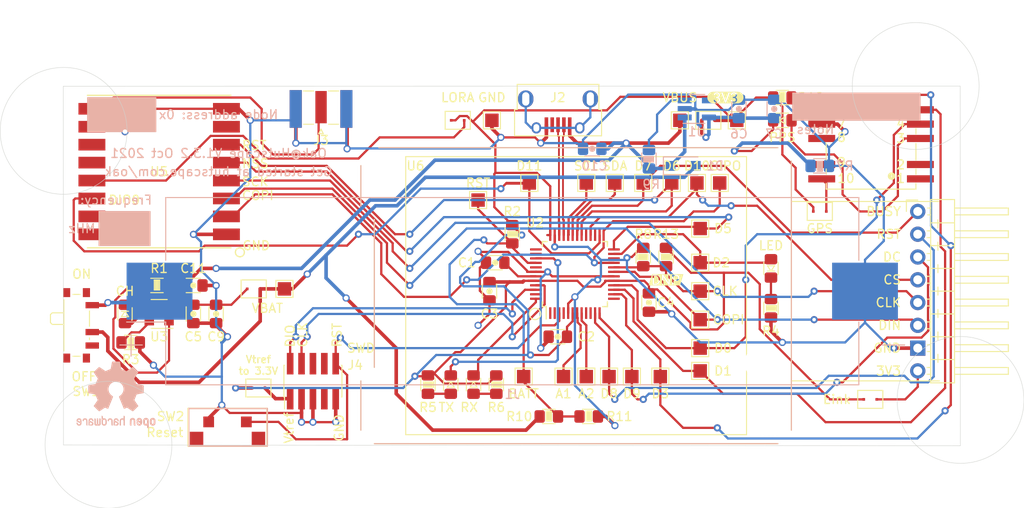
<source format=kicad_pcb>
(kicad_pcb (version 20171130) (host pcbnew "(5.1.12)-1")
  (title_block (title Oak) (date 2021-10-05) (rev V1.3.2) (company Hutscape) (comment 1 "Description: Outdoor LoRa-GPS tracker with E-Ink display") (comment 2 "License: CC-BY-SA 4.0 or TAPR") (comment 3 "Project website: https://hutscape.com/oak") (comment 4 "Authored by: Sayanee Basu <sayanee@gmail.com>"))
  (layers (0 F.Cu signal) (31 B.Cu signal) (34 B.Paste user hide) (35 F.Paste user hide) (36 B.SilkS user hide) (37 F.SilkS user hide) (38 B.Mask user hide) (39 F.Mask user hide) (44 Edge.Cuts user))
  (net 0 "")
  (net 1 "Net-(C1-Pad2)")
  (net 2 GND)
  (net 3 +3V3)
  (net 4 "Net-(C5-Pad2)")
  (net 5 "Net-(C6-Pad1)")
  (net 6 /VBUS)
  (net 7 /VBAT)
  (net 8 "Net-(D2-Pad1)")
  (net 9 "Net-(D3-Pad2)")
  (net 10 "Net-(D3-Pad1)")
  (net 11 /TX_LED)
  (net 12 "Net-(D4-Pad2)")
  (net 13 "Net-(D5-Pad2)")
  (net 14 /RX_LED)
  (net 15 "Net-(J1-Pad1)")
  (net 16 "Net-(J2-Pad6)")
  (net 17 "Net-(J2-Pad4)")
  (net 18 /USB_D+)
  (net 19 /USB_D-)
  (net 20 "Net-(J3-Pad1)")
  (net 21 /SWDIO)
  (net 22 /SWCLK)
  (net 23 "Net-(J4-Pad6)")
  (net 24 "Net-(J4-Pad7)")
  (net 25 "Net-(J4-Pad8)")
  (net 26 /RST)
  (net 27 /BATT)
  (net 28 /CIPO)
  (net 29 /SDA)
  (net 30 /A2)
  (net 31 /CLK)
  (net 32 /SCL)
  (net 33 /A1)
  (net 34 "Net-(JP3-Pad2)")
  (net 35 "Net-(JP4-Pad2)")
  (net 36 "Net-(JP5-Pad2)")
  (net 37 "Net-(R1-Pad2)")
  (net 38 "Net-(R3-Pad2)")
  (net 39 "Net-(R9-Pad1)")
  (net 40 "Net-(SW1-Pad3)")
  (net 41 "Net-(U1-Pad4)")
  (net 42 "Net-(U2-Pad1)")
  (net 43 "Net-(U2-Pad2)")
  (net 44 "Net-(U2-Pad4)")
  (net 45 "Net-(U2-Pad9)")
  (net 46 "Net-(U2-Pad10)")
  (net 47 "Net-(U2-Pad22)")
  (net 48 "Net-(U2-Pad26)")
  (net 49 "Net-(U2-Pad37)")
  (net 50 "Net-(U2-Pad38)")
  (net 51 "Net-(U2-Pad41)")
  (net 52 "Net-(U2-Pad47)")
  (net 53 "Net-(U4-Pad1)")
  (net 54 "Net-(U4-Pad2)")
  (net 55 "Net-(U4-Pad8)")
  (net 56 "Net-(U4-Pad9)")
  (net 57 "Net-(U5-Pad16)")
  (net 58 "Net-(U5-Pad7)")
  (net 59 "Net-(U5-Pad15)")
  (net 60 "Net-(U5-Pad12)")
  (net 61 "Net-(U5-Pad11)")
  (net 62 /COPI)
  (net 63 "Net-(U2-Pad13)")
  (net 64 /GPS_RST)
  (net 65 /EINK_RST)
  (net 66 /EINK_DC)
  (net 67 /LORA_CS)
  (net 68 /EINK_BUSY)
  (net 69 /LORA_RST)
  (net 70 /EINK_CS)
  (net 71 /GPS_RX)
  (net 72 /GPS_TX)
  (net 73 /LORA_DATA)
  (net 74 "Net-(J4-Pad1)")
  (net 75 /LED)
  (net 76 "Net-(D6-Pad1)")
  (net 77 "Net-(U2-Pad28)")
  (module TestPoint:TestPoint_Pad_1.5x1.5mm (layer F.Cu) (at 84.82 44.45)
    (fp_text reference TP23 hide)
    (fp_text value TestPoint_Probe hide)
    (pad 1 smd rect (at 0 0) (size 1.5 1.5) (layers F.Cu F.Mask) (net 26 /RST))
  )
  (module TestPoint:TestPoint_Pad_1.5x1.5mm (layer F.Cu) (at 109.22 42.545)
    (fp_text reference TP22 hide)
    (fp_text value TestPoint_Probe hide)
    (pad 1 smd rect (at 0 0) (size 1.5 1.5) (layers F.Cu F.Mask) (net 70 /EINK_CS))
  )
  (module TestPoint:TestPoint_Pad_1.5x1.5mm (layer F.Cu) (at 111.76 42.545)
    (fp_text reference TP21 hide)
    (fp_text value TestPoint_Probe hide)
    (pad 1 smd rect (at 0 0) (size 1.5 1.5) (layers F.Cu F.Mask) (net 28 /CIPO))
  )
  (module TestPoint:TestPoint_Pad_1.5x1.5mm (layer F.Cu) (at 106.41 42.545)
    (fp_text reference TP20 hide)
    (fp_text value TestPoint_Probe hide)
    (pad 1 smd rect (at 0 0) (size 1.5 1.5) (layers F.Cu F.Mask) (net 69 /LORA_RST))
  )
  (module TestPoint:TestPoint_Pad_1.5x1.5mm (layer F.Cu) (at 103.235 42.545)
    (fp_text reference TP19 hide)
    (fp_text value TestPoint_Probe hide)
    (pad 1 smd rect (at 0 0) (size 1.5 1.5) (layers F.Cu F.Mask) (net 68 /EINK_BUSY))
  )
  (module TestPoint:TestPoint_Pad_1.5x1.5mm (layer F.Cu) (at 96.885 42.545)
    (fp_text reference TP18 hide)
    (fp_text value TestPoint_Probe hide)
    (pad 1 smd rect (at 0 0) (size 1.5 1.5) (layers F.Cu F.Mask) (net 32 /SCL))
  )
  (module TestPoint:TestPoint_Pad_1.5x1.5mm (layer F.Cu) (at 100.06 42.545)
    (fp_text reference TP17 hide)
    (fp_text value TestPoint_Probe hide)
    (pad 1 smd rect (at 0 0) (size 1.5 1.5) (layers F.Cu F.Mask) (net 29 /SDA))
  )
  (module TestPoint:TestPoint_Pad_1.5x1.5mm (layer F.Cu) (at 109.585 54.61)
    (fp_text reference TP16 hide)
    (fp_text value TestPoint_Probe hide)
    (pad 1 smd rect (at 0 0) (size 1.5 1.5) (layers F.Cu F.Mask) (net 31 /CLK))
  )
  (module TestPoint:TestPoint_Pad_1.5x1.5mm (layer F.Cu) (at 109.585 47.625)
    (fp_text reference TP15 hide)
    (fp_text value TestPoint_Probe hide)
    (pad 1 smd rect (at 0 0) (size 1.5 1.5) (layers F.Cu F.Mask) (net 67 /LORA_CS))
  )
  (module TestPoint:TestPoint_Pad_1.5x1.5mm (layer F.Cu) (at 109.585 51.435)
    (fp_text reference TP14 hide)
    (fp_text value TestPoint_Probe hide)
    (pad 1 smd rect (at 0 0) (size 1.5 1.5) (layers F.Cu F.Mask) (net 75 /LED))
  )
  (module TestPoint:TestPoint_Pad_1.5x1.5mm (layer F.Cu) (at 109.585 60.96)
    (fp_text reference TP13 hide)
    (fp_text value TestPoint_Probe hide)
    (pad 1 smd rect (at 0 0) (size 1.5 1.5) (layers F.Cu F.Mask) (net 72 /GPS_TX))
  )
  (module TestPoint:TestPoint_Pad_1.5x1.5mm (layer F.Cu) (at 109.585 63.5)
    (fp_text reference TP12 hide)
    (fp_text value TestPoint_Probe hide)
    (pad 1 smd rect (at 0 0) (size 1.5 1.5) (layers F.Cu F.Mask) (net 71 /GPS_RX))
  )
  (module TestPoint:TestPoint_Pad_1.5x1.5mm (layer F.Cu) (at 105.14 64.135)
    (fp_text reference TP11 hide)
    (fp_text value TestPoint_Probe hide)
    (pad 1 smd rect (at 0 0) (size 1.5 1.5) (layers F.Cu F.Mask) (net 64 /GPS_RST))
  )
  (module TestPoint:TestPoint_Pad_1.5x1.5mm (layer F.Cu) (at 101.965 64.135)
    (fp_text reference TP10 hide)
    (fp_text value TestPoint_Probe hide)
    (pad 1 smd rect (at 0 0) (size 1.5 1.5) (layers F.Cu F.Mask) (net 66 /EINK_DC))
  )
  (module TestPoint:TestPoint_Pad_1.5x1.5mm (layer F.Cu) (at 99.425 64.135)
    (fp_text reference TP9 hide)
    (fp_text value TestPoint_Probe hide)
    (pad 1 smd rect (at 0 0) (size 1.5 1.5) (layers F.Cu F.Mask) (net 65 /EINK_RST))
  )
  (module TestPoint:TestPoint_Pad_1.5x1.5mm (layer F.Cu) (at 89.9 64.135)
    (fp_text reference TP8 hide)
    (fp_text value TestPoint_Probe hide)
    (pad 1 smd rect (at 0 0) (size 1.5 1.5) (layers F.Cu F.Mask) (net 27 /BATT))
  )
  (module TestPoint:TestPoint_Pad_1.5x1.5mm (layer F.Cu) (at 94.345 64.135)
    (fp_text reference TP7 hide)
    (fp_text value TestPoint_Probe hide)
    (pad 1 smd rect (at 0 0) (size 1.5 1.5) (layers F.Cu F.Mask) (net 33 /A1))
  )
  (module TestPoint:TestPoint_Pad_1.5x1.5mm (layer F.Cu) (at 96.885 64.135)
    (fp_text reference TP6 hide)
    (fp_text value TestPoint_Probe hide)
    (pad 1 smd rect (at 0 0) (size 1.5 1.5) (layers F.Cu F.Mask) (net 30 /A2))
  )
  (module TestPoint:TestPoint_Pad_1.5x1.5mm (layer F.Cu) (at 109.585 57.785 270)
    (fp_text reference TP5 hide)
    (fp_text value TestPoint_Probe hide)
    (pad 1 smd rect (at 0 0 270) (size 1.5 1.5) (layers F.Cu F.Mask) (net 62 /COPI))
  )
  (module TestPoint:TestPoint_Pad_1.5x1.5mm (layer F.Cu) (at 113.665 35.56)
    (fp_text reference TP4 hide)
    (fp_text value TestPoint_Probe hide)
    (pad 1 smd rect (at 0 0) (size 1.5 1.5) (layers F.Cu F.Mask) (net 3 +3V3))
  )
  (module TestPoint:TestPoint_Pad_1.5x1.5mm (layer F.Cu) (at 86.36 35.56)
    (fp_text reference TP3 hide)
    (fp_text value TestPoint_Probe hide)
    (pad 1 smd rect (at 0 0) (size 1.5 1.5) (layers F.Cu F.Mask) (net 2 GND))
  )
  (module TestPoint:TestPoint_Pad_1.5x1.5mm (layer F.Cu) (at 107.315 35.56)
    (fp_text reference TP2 hide)
    (fp_text value TestPoint_Probe hide)
    (pad 1 smd rect (at 0 0) (size 1.5 1.5) (layers F.Cu F.Mask) (net 6 /VBUS))
  )
  (module TestPoint:TestPoint_Pad_1.5x1.5mm (layer F.Cu) (at 63.23 54.356)
    (fp_text reference TP1 hide)
    (fp_text value TestPoint_Probe hide)
    (pad 1 smd rect (at 0 0) (size 1.5 1.5) (layers F.Cu F.Mask) (net 7 /VBAT))
  )
  (module Passives_0805:C_0805_2012Metric_Pad1.15x1.40mm_HandSolder (layer F.Cu) (at 86.725 51.435)
    (fp_text reference C1 (at -3.175 0) (layer F.SilkS))
    (fp_text value 1uF)
    (pad 1 smd roundrect (at -1.025 0) (size 1.15 1.4) (layers F.Cu F.Paste F.Mask) (roundrect_rratio 0.2173904348) (net 2 GND))
    (pad 2 smd roundrect (at 1.025 0) (size 1.15 1.4) (layers F.Cu F.Paste F.Mask) (roundrect_rratio 0.2173904348) (net 1 "Net-(C1-Pad2)"))
  )
  (module Passives_0805:C_0805_2012Metric_Pad1.15x1.40mm_HandSolder (layer F.Cu) (at 93.71 59.69 180)
    (fp_text reference C2 (at -3.175 0) (layer F.SilkS))
    (fp_text value 100nF)
    (pad 1 smd roundrect (at -1.025 0 180) (size 1.15 1.4) (layers F.Cu F.Paste F.Mask) (roundrect_rratio 0.2173904348) (net 3 +3V3))
    (pad 2 smd roundrect (at 1.025 0 180) (size 1.15 1.4) (layers F.Cu F.Paste F.Mask) (roundrect_rratio 0.2173904348) (net 2 GND))
  )
  (module Passives_0805:C_0805_2012Metric_Pad1.15x1.40mm_HandSolder (layer F.Cu) (at 86.09 54.61 270)
    (fp_text reference C3 (at 2.54 0 180) (layer F.SilkS))
    (fp_text value 100nF)
    (pad 1 smd roundrect (at -1.025 0 270) (size 1.15 1.4) (layers F.Cu F.Paste F.Mask) (roundrect_rratio 0.2173904348) (net 3 +3V3))
    (pad 2 smd roundrect (at 1.025 0 270) (size 1.15 1.4) (layers F.Cu F.Paste F.Mask) (roundrect_rratio 0.2173904348) (net 2 GND))
  )
  (module Passives_0805:C_0805_2012Metric_Pad1.15x1.40mm_HandSolder (layer F.Cu) (at 103.87 55.88 270)
    (fp_text reference C4 (at 0 -1.905 180) (layer F.SilkS))
    (fp_text value 100nF hide)
    (pad 1 smd roundrect (at -1.025 0 270) (size 1.15 1.4) (layers F.Cu F.Paste F.Mask) (roundrect_rratio 0.2173904348) (net 3 +3V3))
    (pad 2 smd roundrect (at 1.025 0 270) (size 1.15 1.4) (layers F.Cu F.Paste F.Mask) (roundrect_rratio 0.2173904348) (net 2 GND))
  )
  (module Passives_0805:C_0805_2012Metric_Pad1.15x1.40mm_HandSolder (layer F.Cu) (at 53.07 57.15 90)
    (fp_text reference C5 (at -2.54 0 180) (layer F.SilkS))
    (fp_text value 10uF)
    (pad 1 smd roundrect (at -1.025 0 90) (size 1.15 1.4) (layers F.Cu F.Paste F.Mask) (roundrect_rratio 0.2173904348) (net 2 GND))
    (pad 2 smd roundrect (at 1.025 0 90) (size 1.15 1.4) (layers F.Cu F.Paste F.Mask) (roundrect_rratio 0.2173904348) (net 4 "Net-(C5-Pad2)"))
  )
  (module Passives_0805:C_0805_2012Metric_Pad1.15x1.40mm_HandSolder (layer F.Cu) (at 55.61 57.15 90)
    (fp_text reference C9 (at -2.54 0 180) (layer F.SilkS))
    (fp_text value 1uF)
    (pad 1 smd roundrect (at -1.025 0 90) (size 1.15 1.4) (layers F.Cu F.Paste F.Mask) (roundrect_rratio 0.2173904348) (net 2 GND))
    (pad 2 smd roundrect (at 1.025 0 90) (size 1.15 1.4) (layers F.Cu F.Paste F.Mask) (roundrect_rratio 0.2173904348) (net 4 "Net-(C5-Pad2)"))
  )
  (module Passives_0805:C_0805_2012Metric_Pad1.15x1.40mm_HandSolder (layer F.Cu) (at 53.07 53.975 180)
    (fp_text reference C11 (at 0 1.905) (layer F.SilkS))
    (fp_text value 10uF)
    (pad 1 smd roundrect (at -1.025 0 180) (size 1.15 1.4) (layers F.Cu F.Paste F.Mask) (roundrect_rratio 0.2173904348) (net 2 GND))
    (pad 2 smd roundrect (at 1.025 0 180) (size 1.15 1.4) (layers F.Cu F.Paste F.Mask) (roundrect_rratio 0.2173904348) (net 6 /VBUS))
  )
  (module Passives_0805:LED_0805_2012Metric_Pad1.15x1.40mm_HandSolder (layer F.Cu) (at 45.45 57.15 270)
    (fp_text reference D2 hide)
    (fp_text value ORANGE)
    (pad 1 smd roundrect (at -1.025 0 270) (size 1.15 1.4) (layers F.Cu F.Paste F.Mask) (roundrect_rratio 0.217) (net 8 "Net-(D2-Pad1)"))
    (pad 2 smd roundrect (at 1.025 0 270) (size 1.15 1.4) (layers F.Cu F.Paste F.Mask) (roundrect_rratio 0.217) (net 6 /VBUS))
  )
  (module Passives_0805:LED_0805_2012Metric_Pad1.15x1.40mm_HandSolder (layer F.Cu) (at 118.745 35.56)
    (fp_text reference D3 hide)
    (fp_text value RED)
    (pad 1 smd roundrect (at -1.025 0) (size 1.15 1.4) (layers F.Cu F.Paste F.Mask) (roundrect_rratio 0.217) (net 10 "Net-(D3-Pad1)"))
    (pad 2 smd roundrect (at 1.025 0) (size 1.15 1.4) (layers F.Cu F.Paste F.Mask) (roundrect_rratio 0.217) (net 9 "Net-(D3-Pad2)"))
  )
  (module Passives_0805:LED_0805_2012Metric_Pad1.15x1.40mm_HandSolder (layer F.Cu) (at 81.772 65.024 270)
    (fp_text reference D4 hide)
    (fp_text value YELLOW hide)
    (pad 1 smd roundrect (at -1.025 0 270) (size 1.15 1.4) (layers F.Cu F.Paste F.Mask) (roundrect_rratio 0.217) (net 11 /TX_LED))
    (pad 2 smd roundrect (at 1.025 0 270) (size 1.15 1.4) (layers F.Cu F.Paste F.Mask) (roundrect_rratio 0.217) (net 12 "Net-(D4-Pad2)"))
  )
  (module Passives_0805:LED_0805_2012Metric_Pad1.15x1.40mm_HandSolder (layer F.Cu) (at 84.312 65.024 270)
    (fp_text reference D5 hide)
    (fp_text value YELLOW hide)
    (pad 1 smd roundrect (at -1.025 0 270) (size 1.15 1.4) (layers F.Cu F.Paste F.Mask) (roundrect_rratio 0.217) (net 14 /RX_LED))
    (pad 2 smd roundrect (at 1.025 0 270) (size 1.15 1.4) (layers F.Cu F.Paste F.Mask) (roundrect_rratio 0.217) (net 13 "Net-(D5-Pad2)"))
  )
  (module Connector_USB-B_Horizontal:USB_Micro-B_Horizontal-U254-051T-4BH23-S2B (layer F.Cu) (at 93.71 34.29 180)
    (fp_text reference J2 (at 0 1.27) (layer F.SilkS))
    (fp_text value USB_B_Micro)
    (pad 1 smd rect (at -1.325 -1.765 270) (size 1.65 0.4) (layers F.Cu F.Paste F.Mask) (net 6 /VBUS))
    (pad 2 smd rect (at -0.675 -1.765 270) (size 1.65 0.4) (layers F.Cu F.Paste F.Mask) (net 19 /USB_D-))
    (pad 3 smd rect (at -0.025 -1.765 270) (size 1.65 0.4) (layers F.Cu F.Paste F.Mask) (net 18 /USB_D+))
    (pad 4 smd rect (at 0.625 -1.765 270) (size 1.65 0.4) (layers F.Cu F.Paste F.Mask) (net 17 "Net-(J2-Pad4)"))
    (pad 5 smd rect (at 1.275 -1.765 270) (size 1.65 0.4) (layers F.Cu F.Paste F.Mask) (net 2 GND))
    (pad 6 thru_hole oval (at 3.575 1.115 180) (size 1.7 1.9) (drill oval 0.8 1.5) (layers *.Cu *.Mask) (net 16 "Net-(J2-Pad6)"))
    (pad 6 thru_hole oval (at -3.625 1.115 180) (size 1.7 1.9) (drill oval 0.8 1.5) (layers *.Cu *.Mask) (net 16 "Net-(J2-Pad6)"))
    (pad 6 thru_hole oval (at 2.395 -2.1136 180) (size 1.05 1.25) (drill oval 0.65 0.85) (layers *.Cu *.Mask) (net 16 "Net-(J2-Pad6)"))
    (pad 6 thru_hole oval (at -2.445 -2.1136 180) (size 1.05 1.25) (drill oval 0.65 0.85) (layers *.Cu *.Mask) (net 16 "Net-(J2-Pad6)"))
  )
  (module Connector_Coaxial:SMA_Samtec_SMA-J-P-X-ST-EM1_EdgeMount (layer F.Cu) (at 67.31 34.29 180)
    (fp_text reference J3 (at 0 -3.5) (layer F.SilkS))
    (fp_text value Conn_Coaxial)
    (pad 1 smd rect (at 0 0.2 180) (size 1.27 3.6) (layers F.Cu F.Paste F.Mask) (net 20 "Net-(J3-Pad1)"))
    (pad 2 smd rect (at 2.825 0 180) (size 1.35 4.2) (layers B.Cu B.Paste B.Mask) (net 2 GND))
    (pad 2 smd rect (at 2.825 0 180) (size 1.35 4.2) (layers F.Cu F.Paste F.Mask) (net 2 GND))
    (pad 2 smd rect (at -2.825 0 180) (size 1.35 4.2) (layers B.Cu B.Paste B.Mask) (net 2 GND))
    (pad 2 smd rect (at -2.825 0 180) (size 1.35 4.2) (layers F.Cu F.Paste F.Mask) (net 2 GND))
  )
  (module Jumper:SolderJumper-2_P1.3mm_Open_TrianglePad1.0x1.5mm (layer F.Cu) (at 110.49 35.56 180)
    (fp_text reference JP1 hide)
    (fp_text value SolderJumper_2_Open hide)
    (pad 1 smd custom (at -0.725 0 180) (size 0.3 0.3) (layers F.Cu F.Mask) (net 3 +3V3) (options (clearance outline) (anchor rect)) (primitives))
    (pad 2 smd custom (at 0.725 0 180) (size 0.3 0.3) (layers F.Cu F.Mask) (net 5 "Net-(C6-Pad1)") (options (clearance outline) (anchor rect)) (primitives))
  )
  (module Jumper:SolderJumper-2_P1.3mm_Open_TrianglePad1.0x1.5mm (layer F.Cu) (at 59.801 54.356 180)
    (fp_text reference JP2 hide)
    (fp_text value SolderJumper_2_Open hide)
    (pad 1 smd custom (at -0.725 0 180) (size 0.3 0.3) (layers F.Cu F.Mask) (net 7 /VBAT) (options (clearance outline) (anchor rect)) (primitives))
    (pad 2 smd custom (at 0.725 0 180) (size 0.3 0.3) (layers F.Cu F.Mask) (net 4 "Net-(C5-Pad2)") (options (clearance outline) (anchor rect)) (primitives))
  )
  (module Jumper:SolderJumper-2_P1.3mm_Open_TrianglePad1.0x1.5mm (layer F.Cu) (at 122.92 45.72)
    (fp_text reference JP3 hide)
    (fp_text value SolderJumper_2_Open hide)
    (pad 1 smd custom (at -0.725 0) (size 0.3 0.3) (layers F.Cu F.Mask) (net 3 +3V3) (options (clearance outline) (anchor rect)) (primitives))
    (pad 2 smd custom (at 0.725 0) (size 0.3 0.3) (layers F.Cu F.Mask) (net 34 "Net-(JP3-Pad2)") (options (clearance outline) (anchor rect)) (primitives))
  )
  (module Jumper:SolderJumper-2_P1.3mm_Open_TrianglePad1.0x1.5mm (layer F.Cu) (at 82.55 35.56)
    (fp_text reference JP4 hide)
    (fp_text value SolderJumper_2_Open hide)
    (pad 1 smd custom (at -0.725 0) (size 0.3 0.3) (layers F.Cu F.Mask) (net 3 +3V3) (options (clearance outline) (anchor rect)) (primitives))
    (pad 2 smd custom (at 0.725 0) (size 0.3 0.3) (layers F.Cu F.Mask) (net 35 "Net-(JP4-Pad2)") (options (clearance outline) (anchor rect)) (primitives))
  )
  (module Jumper:SolderJumper-2_P1.3mm_Open_TrianglePad1.0x1.5mm (layer F.Cu) (at 128.545 66.675)
    (fp_text reference JP5 hide)
    (fp_text value SolderJumper_2_Open hide)
    (pad 1 smd custom (at -0.725 0) (size 0.3 0.3) (layers F.Cu F.Mask) (net 3 +3V3) (options (clearance outline) (anchor rect)) (primitives))
    (pad 2 smd custom (at 0.725 0) (size 0.3 0.3) (layers F.Cu F.Mask) (net 36 "Net-(JP5-Pad2)") (options (clearance outline) (anchor rect)) (primitives))
  )
  (module Passives_0805:R_0805_2012Metric_Pad1.15x1.40mm_HandSolder (layer F.Cu) (at 49.015 53.975)
    (fp_text reference R1 (at 0.245 -1.905) (layer F.SilkS))
    (fp_text value 1k)
    (pad 1 smd roundrect (at -1.025 0) (size 1.15 1.4) (layers F.Cu F.Paste F.Mask) (roundrect_rratio 0.2173904348) (net 8 "Net-(D2-Pad1)"))
    (pad 2 smd roundrect (at 1.025 0) (size 1.15 1.4) (layers F.Cu F.Paste F.Mask) (roundrect_rratio 0.2173904348) (net 37 "Net-(R1-Pad2)"))
  )
  (module Passives_0805:R_0805_2012Metric_Pad1.15x1.40mm_HandSolder (layer F.Cu) (at 88.63 48.26 270)
    (fp_text reference R2 (at -2.54 0 180) (layer F.SilkS))
    (fp_text value 10k)
    (pad 1 smd roundrect (at -1.025 0 270) (size 1.15 1.4) (layers F.Cu F.Paste F.Mask) (roundrect_rratio 0.2173904348) (net 3 +3V3))
    (pad 2 smd roundrect (at 1.025 0 270) (size 1.15 1.4) (layers F.Cu F.Paste F.Mask) (roundrect_rratio 0.2173904348) (net 26 /RST))
  )
  (module Passives_0805:R_0805_2012Metric_Pad1.15x1.40mm_HandSolder (layer F.Cu) (at 46.085 60.325 180)
    (fp_text reference R3 (at 0 -1.905) (layer F.SilkS))
    (fp_text value 10k)
    (pad 1 smd roundrect (at -1.025 0 180) (size 1.15 1.4) (layers F.Cu F.Paste F.Mask) (roundrect_rratio 0.2173904348) (net 2 GND))
    (pad 2 smd roundrect (at 1.025 0 180) (size 1.15 1.4) (layers F.Cu F.Paste F.Mask) (roundrect_rratio 0.2173904348) (net 38 "Net-(R3-Pad2)"))
  )
  (module Passives_0805:R_0805_2012Metric_Pad1.15x1.40mm_HandSolder (layer F.Cu) (at 79.232 65.024 270)
    (fp_text reference R5 (at 2.54 0 180) (layer F.SilkS))
    (fp_text value 1k)
    (pad 1 smd roundrect (at -1.025 0 270) (size 1.15 1.4) (layers F.Cu F.Paste F.Mask) (roundrect_rratio 0.2173904348) (net 3 +3V3))
    (pad 2 smd roundrect (at 1.025 0 270) (size 1.15 1.4) (layers F.Cu F.Paste F.Mask) (roundrect_rratio 0.2173904348) (net 12 "Net-(D4-Pad2)"))
  )
  (module Passives_0805:R_0805_2012Metric_Pad1.15x1.40mm_HandSolder (layer F.Cu) (at 86.852 65.024 270)
    (fp_text reference R6 (at 2.54 0 180) (layer F.SilkS))
    (fp_text value 1k)
    (pad 1 smd roundrect (at -1.025 0 270) (size 1.15 1.4) (layers F.Cu F.Paste F.Mask) (roundrect_rratio 0.2173904348) (net 3 +3V3))
    (pad 2 smd roundrect (at 1.025 0 270) (size 1.15 1.4) (layers F.Cu F.Paste F.Mask) (roundrect_rratio 0.2173904348) (net 13 "Net-(D5-Pad2)"))
  )
  (module Passives_0805:R_0805_2012Metric_Pad1.15x1.40mm_HandSolder (layer F.Cu) (at 103.235 50.8 90)
    (fp_text reference R8 (at 2.54 0 180) (layer F.SilkS))
    (fp_text value 1k)
    (pad 1 smd roundrect (at -1.025 0 90) (size 1.15 1.4) (layers F.Cu F.Paste F.Mask) (roundrect_rratio 0.2173904348) (net 31 /CLK))
    (pad 2 smd roundrect (at 1.025 0 90) (size 1.15 1.4) (layers F.Cu F.Paste F.Mask) (roundrect_rratio 0.2173904348) (net 2 GND))
  )
  (module Passives_0805:R_0805_2012Metric_Pad1.15x1.40mm_HandSolder (layer F.Cu) (at 92.71 68.58)
    (fp_text reference R10 (at -3.302 0) (layer F.SilkS))
    (fp_text value 100k)
    (pad 1 smd roundrect (at -1.025 0) (size 1.15 1.4) (layers F.Cu F.Paste F.Mask) (roundrect_rratio 0.2173904348) (net 7 /VBAT))
    (pad 2 smd roundrect (at 1.025 0) (size 1.15 1.4) (layers F.Cu F.Paste F.Mask) (roundrect_rratio 0.2173904348) (net 27 /BATT))
  )
  (module Passives_0805:R_0805_2012Metric_Pad1.15x1.40mm_HandSolder (layer F.Cu) (at 97.155 68.58)
    (fp_text reference R11 (at 3.429 0) (layer F.SilkS))
    (fp_text value 100k)
    (pad 1 smd roundrect (at -1.025 0) (size 1.15 1.4) (layers F.Cu F.Paste F.Mask) (roundrect_rratio 0.2173904348) (net 27 /BATT))
    (pad 2 smd roundrect (at 1.025 0) (size 1.15 1.4) (layers F.Cu F.Paste F.Mask) (roundrect_rratio 0.2173904348) (net 2 GND))
  )
  (module Package_TO_SOT_SMD:SOT-23-5 (layer F.Cu) (at 49.26 57.15 180)
    (fp_text reference U3 (at 0 -2.54) (layer F.SilkS))
    (fp_text value MCP7383 hide)
    (pad 1 smd rect (at -1.1 -0.95 180) (size 1.06 0.65) (layers F.Cu F.Paste F.Mask) (net 37 "Net-(R1-Pad2)"))
    (pad 2 smd rect (at -1.1 0 180) (size 1.06 0.65) (layers F.Cu F.Paste F.Mask) (net 2 GND))
    (pad 3 smd rect (at -1.1 0.95 180) (size 1.06 0.65) (layers F.Cu F.Paste F.Mask) (net 4 "Net-(C5-Pad2)"))
    (pad 4 smd rect (at 1.1 0.95 180) (size 1.06 0.65) (layers F.Cu F.Paste F.Mask) (net 6 /VBUS))
    (pad 5 smd rect (at 1.1 -0.95 180) (size 1.06 0.65) (layers F.Cu F.Paste F.Mask) (net 38 "Net-(R3-Pad2)"))
  )
  (module CDTop_PA1010D_GPS:CDTop_MT3333_PA1010D (layer F.Cu) (at 128.635 38.735 180)
    (fp_text reference U4 (at 0.07 3.71) (layer F.SilkS))
    (fp_text value PA1010D)
    (fp_text user 9 (at 3.302 -1.524) (layer F.SilkS))
    (fp_text user 4 (at -3.302 2.794) (layer F.SilkS))
    (fp_text user 5 (at -3.302 4.318) (layer F.SilkS))
    (fp_text user 6 (at 3.302 4.318) (layer F.SilkS))
    (fp_text user 2 (at -3.302 -1.778) (layer F.SilkS))
    (fp_text user 10 (at 2.794 -3.302) (layer F.SilkS))
    (fp_text user 7 (at 3.302 2.794) (layer F.SilkS))
    (fp_text user 8 (at 3.302 1.27) (layer F.SilkS))
    (fp_text user 3 (at -3.302 1.143) (layer F.SilkS))
    (fp_text user 1 (at -3.302 -3.302) (layer F.SilkS))
    (pad "" np_thru_hole circle (at 0 0 180) (size 3 3) (drill 3) (layers *.Cu *.Mask))
    (pad 1 smd rect (at -5.5 -3.35 180) (size 3 0.8) (layers F.Cu F.Paste F.Mask) (net 53 "Net-(U4-Pad1)"))
    (pad 2 smd rect (at -5.5 -1.75 180) (size 3 0.8) (layers F.Cu F.Paste F.Mask) (net 54 "Net-(U4-Pad2)"))
    (pad 3 smd rect (at -5.5 1.15 180) (size 3 0.8) (layers F.Cu F.Paste F.Mask) (net 9 "Net-(D3-Pad2)"))
    (pad 4 smd rect (at -5.5 2.75 180) (size 3 0.8) (layers F.Cu F.Paste F.Mask) (net 72 /GPS_TX))
    (pad 5 smd rect (at -5.5 4.35 180) (size 3 0.8) (layers F.Cu F.Paste F.Mask) (net 71 /GPS_RX))
    (pad 6 smd rect (at 5.5 4.35 180) (size 3 0.8) (layers F.Cu F.Paste F.Mask) (net 64 /GPS_RST))
    (pad 7 smd rect (at 5.5 2.75 180) (size 3 0.8) (layers F.Cu F.Paste F.Mask) (net 2 GND))
    (pad 8 smd rect (at 5.5 1.15 180) (size 3 0.8) (layers F.Cu F.Paste F.Mask) (net 55 "Net-(U4-Pad8)"))
    (pad 9 smd rect (at 5.5 -1.75 180) (size 3 0.8) (layers F.Cu F.Paste F.Mask) (net 56 "Net-(U4-Pad9)"))
    (pad 10 smd rect (at 5.5 -3.35 180) (size 3 0.8) (layers F.Cu F.Paste F.Mask) (net 34 "Net-(JP3-Pad2)"))
  )
  (module Package_QFP:TQFP-48_7x7mm_P0.5mm (layer F.Cu) (at 95.615 52.705 90)
    (fp_text reference U2 (at 5.715 -4.445 180) (layer F.SilkS))
    (fp_text value ATSAMD21)
    (pad 1 smd rect (at -4.35 -2.75 90) (size 1.3 0.25) (layers F.Cu F.Paste F.Mask) (net 42 "Net-(U2-Pad1)"))
    (pad 2 smd rect (at -4.35 -2.25 90) (size 1.3 0.25) (layers F.Cu F.Paste F.Mask) (net 43 "Net-(U2-Pad2)"))
    (pad 3 smd rect (at -4.35 -1.75 90) (size 1.3 0.25) (layers F.Cu F.Paste F.Mask) (net 27 /BATT))
    (pad 4 smd rect (at -4.35 -1.25 90) (size 1.3 0.25) (layers F.Cu F.Paste F.Mask) (net 44 "Net-(U2-Pad4)"))
    (pad 5 smd rect (at -4.35 -0.75 90) (size 1.3 0.25) (layers F.Cu F.Paste F.Mask) (net 2 GND))
    (pad 6 smd rect (at -4.35 -0.25 90) (size 1.3 0.25) (layers F.Cu F.Paste F.Mask) (net 3 +3V3))
    (pad 7 smd rect (at -4.35 0.25 90) (size 1.3 0.25) (layers F.Cu F.Paste F.Mask) (net 33 /A1))
    (pad 8 smd rect (at -4.35 0.75 90) (size 1.3 0.25) (layers F.Cu F.Paste F.Mask) (net 30 /A2))
    (pad 9 smd rect (at -4.35 1.25 90) (size 1.3 0.25) (layers F.Cu F.Paste F.Mask) (net 45 "Net-(U2-Pad9)"))
    (pad 10 smd rect (at -4.35 1.75 90) (size 1.3 0.25) (layers F.Cu F.Paste F.Mask) (net 46 "Net-(U2-Pad10)"))
    (pad 11 smd rect (at -4.35 2.25 90) (size 1.3 0.25) (layers F.Cu F.Paste F.Mask) (net 65 /EINK_RST))
    (pad 12 smd rect (at -4.35 2.75 90) (size 1.3 0.25) (layers F.Cu F.Paste F.Mask) (net 66 /EINK_DC))
    (pad 13 smd rect (at -2.75 4.35 180) (size 1.3 0.25) (layers F.Cu F.Paste F.Mask) (net 63 "Net-(U2-Pad13)"))
    (pad 14 smd rect (at -2.25 4.35 180) (size 1.3 0.25) (layers F.Cu F.Paste F.Mask) (net 64 /GPS_RST))
    (pad 15 smd rect (at -1.75 4.35 180) (size 1.3 0.25) (layers F.Cu F.Paste F.Mask) (net 71 /GPS_RX))
    (pad 16 smd rect (at -1.25 4.35 180) (size 1.3 0.25) (layers F.Cu F.Paste F.Mask) (net 72 /GPS_TX))
    (pad 17 smd rect (at -0.75 4.35 180) (size 1.3 0.25) (layers F.Cu F.Paste F.Mask) (net 3 +3V3))
    (pad 18 smd rect (at -0.25 4.35 180) (size 1.3 0.25) (layers F.Cu F.Paste F.Mask) (net 2 GND))
    (pad 19 smd rect (at 0.25 4.35 180) (size 1.3 0.25) (layers F.Cu F.Paste F.Mask) (net 62 /COPI))
    (pad 20 smd rect (at 0.75 4.35 180) (size 1.3 0.25) (layers F.Cu F.Paste F.Mask) (net 31 /CLK))
    (pad 21 smd rect (at 1.25 4.35 180) (size 1.3 0.25) (layers F.Cu F.Paste F.Mask) (net 28 /CIPO))
    (pad 22 smd rect (at 1.75 4.35 180) (size 1.3 0.25) (layers F.Cu F.Paste F.Mask) (net 47 "Net-(U2-Pad22)"))
    (pad 23 smd rect (at 2.25 4.35 180) (size 1.3 0.25) (layers F.Cu F.Paste F.Mask) (net 75 /LED))
    (pad 24 smd rect (at 2.75 4.35 180) (size 1.3 0.25) (layers F.Cu F.Paste F.Mask) (net 67 /LORA_CS))
    (pad 25 smd rect (at 4.35 2.75 90) (size 1.3 0.25) (layers F.Cu F.Paste F.Mask) (net 73 /LORA_DATA))
    (pad 26 smd rect (at 4.35 2.25 90) (size 1.3 0.25) (layers F.Cu F.Paste F.Mask) (net 48 "Net-(U2-Pad26)"))
    (pad 27 smd rect (at 4.35 1.75 90) (size 1.3 0.25) (layers F.Cu F.Paste F.Mask) (net 70 /EINK_CS))
    (pad 28 smd rect (at 4.35 1.25 90) (size 1.3 0.25) (layers F.Cu F.Paste F.Mask) (net 77 "Net-(U2-Pad28)"))
    (pad 29 smd rect (at 4.35 0.75 90) (size 1.3 0.25) (layers F.Cu F.Paste F.Mask) (net 69 /LORA_RST))
    (pad 30 smd rect (at 4.35 0.25 90) (size 1.3 0.25) (layers F.Cu F.Paste F.Mask) (net 68 /EINK_BUSY))
    (pad 31 smd rect (at 4.35 -0.25 90) (size 1.3 0.25) (layers F.Cu F.Paste F.Mask) (net 29 /SDA))
    (pad 32 smd rect (at 4.35 -0.75 90) (size 1.3 0.25) (layers F.Cu F.Paste F.Mask) (net 32 /SCL))
    (pad 33 smd rect (at 4.35 -1.25 90) (size 1.3 0.25) (layers F.Cu F.Paste F.Mask) (net 19 /USB_D-))
    (pad 34 smd rect (at 4.35 -1.75 90) (size 1.3 0.25) (layers F.Cu F.Paste F.Mask) (net 18 /USB_D+))
    (pad 35 smd rect (at 4.35 -2.25 90) (size 1.3 0.25) (layers F.Cu F.Paste F.Mask) (net 2 GND) (clearance 0.25))
    (pad 36 smd rect (at 4.35 -2.75 90) (size 1.3 0.25) (layers F.Cu F.Paste F.Mask) (net 3 +3V3))
    (pad 37 smd rect (at 2.75 -4.35 180) (size 1.3 0.25) (layers F.Cu F.Paste F.Mask) (net 49 "Net-(U2-Pad37)"))
    (pad 38 smd rect (at 2.25 -4.35 180) (size 1.3 0.25) (layers F.Cu F.Paste F.Mask) (net 50 "Net-(U2-Pad38)"))
    (pad 39 smd rect (at 1.75 -4.35 180) (size 1.3 0.25) (layers F.Cu F.Paste F.Mask) (net 11 /TX_LED))
    (pad 40 smd rect (at 1.25 -4.35 180) (size 1.3 0.25) (layers F.Cu F.Paste F.Mask) (net 26 /RST))
    (pad 41 smd rect (at 0.75 -4.35 180) (size 1.3 0.25) (layers F.Cu F.Paste F.Mask) (net 51 "Net-(U2-Pad41)"))
    (pad 42 smd rect (at 0.25 -4.35 180) (size 1.3 0.25) (layers F.Cu F.Paste F.Mask) (net 2 GND) (clearance 0.25))
    (pad 43 smd rect (at -0.25 -4.35 180) (size 1.3 0.25) (layers F.Cu F.Paste F.Mask) (net 1 "Net-(C1-Pad2)"))
    (pad 44 smd rect (at -0.75 -4.35 180) (size 1.3 0.25) (layers F.Cu F.Paste F.Mask) (net 3 +3V3))
    (pad 45 smd rect (at -1.25 -4.35 180) (size 1.3 0.25) (layers F.Cu F.Paste F.Mask) (net 22 /SWCLK))
    (pad 46 smd rect (at -1.75 -4.35 180) (size 1.3 0.25) (layers F.Cu F.Paste F.Mask) (net 21 /SWDIO))
    (pad 47 smd rect (at -2.25 -4.35 180) (size 1.3 0.25) (layers F.Cu F.Paste F.Mask) (net 52 "Net-(U2-Pad47)"))
    (pad 48 smd rect (at -2.75 -4.35 180) (size 1.3 0.25) (layers F.Cu F.Paste F.Mask) (net 14 /RX_LED))
  )
  (module Passives_0805:R_0805_2012Metric_Pad1.15x1.40mm_HandSolder (layer F.Cu) (at 105.775 50.8 270)
    (fp_text reference R13 (at -2.54 0 180) (layer F.SilkS))
    (fp_text value DNP)
    (pad 1 smd roundrect (at -1.025 0 270) (size 1.15 1.4) (layers F.Cu F.Paste F.Mask) (roundrect_rratio 0.2173904348) (net 3 +3V3))
    (pad 2 smd roundrect (at 1.025 0 270) (size 1.15 1.4) (layers F.Cu F.Paste F.Mask) (roundrect_rratio 0.2173904348) (net 31 /CLK))
  )
  (module Passives_0805:R_0805_2012Metric_Pad1.15x1.40mm_HandSolder (layer F.Cu) (at 118.745 33.02)
    (fp_text reference R12 (at 3.175 0 180) (layer F.SilkS))
    (fp_text value 10k)
    (pad 1 smd roundrect (at -1.025 0) (size 1.15 1.4) (layers F.Cu F.Paste F.Mask) (roundrect_rratio 0.2173904348) (net 3 +3V3))
    (pad 2 smd roundrect (at 1.025 0) (size 1.15 1.4) (layers F.Cu F.Paste F.Mask) (roundrect_rratio 0.2173904348) (net 64 /GPS_RST))
  )
  (module Push_Button:Tactile_pushbutton (layer F.Cu) (at 56.88 70.485 180)
    (fp_text reference SW2 (at 6.35 1.905) (layer F.SilkS))
    (fp_text value SW_Push)
    (pad "" np_thru_hole circle (at 1.15 0 180) (size 0.9 0.9) (drill 0.9) (layers *.Cu *.Mask))
    (pad "" smd rect (at -3.45 -0.55 180) (size 1.5 1.5) (layers F.Cu F.Paste F.Mask))
    (pad "" np_thru_hole circle (at -1.15 0 180) (size 0.9 0.9) (drill 0.9) (layers *.Cu *.Mask))
    (pad "" smd rect (at 3.45 -0.55 180) (size 1.5 1.5) (layers F.Cu F.Paste F.Mask))
    (pad 1 smd rect (at -2.1 1.3 180) (size 1.2 1.2) (layers F.Cu F.Paste F.Mask) (net 26 /RST))
    (pad 2 smd rect (at 2.1 1.3 180) (size 1.2 1.2) (layers F.Cu F.Paste F.Mask) (net 2 GND))
  )
  (module Waveshare_1.54_E-ink:Waveshare_1.54_E-Ink (layer F.Cu) (at 96.25 54.61)
    (fp_text reference U6 (at -18.415 -13.97) (layer F.SilkS))
    (fp_text value Waveshare_1in54_epaper)
    (fp_text user BUSY (at 35.814 -8.89) (layer F.SilkS) (effects (justify right)))
    (fp_text user RST (at 35.814 -6.35) (layer F.SilkS) (effects (justify right)))
    (fp_text user GND (at 35.814 6.35) (layer F.SilkS) (effects (justify right)))
    (fp_text user CS (at 35.814 -1.27) (layer F.SilkS) (effects (justify right)))
    (fp_text user DC (at 35.814 -3.81) (layer F.SilkS) (effects (justify right)))
    (fp_text user CLK (at 35.814 1.27) (layer F.SilkS) (effects (justify right)))
    (fp_text user DIN (at 35.814 3.81) (layer F.SilkS) (effects (justify right)))
    (fp_text user 3V3 (at 35.814 8.89) (layer F.SilkS) (effects (justify right)))
    (pad "" np_thru_hole circle (at -22 14.5) (size 3.2 3.2) (drill 3.2) (layers *.Cu *.Mask))
    (pad "" np_thru_hole circle (at 21 -13.5) (size 3.2 3.2) (drill 3.2) (layers *.Cu *.Mask))
    (pad "" np_thru_hole circle (at -22 -13.5) (size 3.2 3.2) (drill 3.2) (layers *.Cu *.Mask))
    (pad "" np_thru_hole circle (at 21 14.5) (size 3.2 3.2) (drill 3.2) (layers *.Cu *.Mask))
    (pad 1 thru_hole oval (at 37.592 -8.89) (size 1.7 1.7) (drill 1) (layers *.Cu *.Mask) (net 68 /EINK_BUSY))
    (pad 2 thru_hole oval (at 37.592 -6.35) (size 1.7 1.7) (drill 1) (layers *.Cu *.Mask) (net 65 /EINK_RST))
    (pad 3 thru_hole oval (at 37.592 -3.81) (size 1.7 1.7) (drill 1) (layers *.Cu *.Mask) (net 66 /EINK_DC))
    (pad 4 thru_hole oval (at 37.592 -1.27) (size 1.7 1.7) (drill 1) (layers *.Cu *.Mask) (net 70 /EINK_CS))
    (pad 5 thru_hole oval (at 37.592 1.27) (size 1.7 1.7) (drill 1) (layers *.Cu *.Mask) (net 31 /CLK))
    (pad 6 thru_hole oval (at 37.592 3.81) (size 1.7 1.7) (drill 1) (layers *.Cu *.Mask) (net 62 /COPI))
    (pad 7 thru_hole rect (at 37.592 6.35) (size 1.7 1.7) (drill 1) (layers *.Cu *.Mask) (net 2 GND))
    (pad 8 thru_hole oval (at 37.592 8.89) (size 1.7 1.7) (drill 1) (layers *.Cu *.Mask) (net 36 "Net-(JP5-Pad2)"))
  )
  (module TestPoint:TestPoint_Pad_1.5x1.5mm (layer F.Cu) (at 90.535 42.545)
    (fp_text reference TP24 hide)
    (fp_text value TestPoint_Probe)
    (pad 1 smd rect (at 0 0) (size 1.5 1.5) (layers F.Cu F.Mask) (net 73 /LORA_DATA))
  )
  (module label (layer F.Cu) (at 112.395 33.02)
    (fp_text reference svg2mod hide)
    (fp_text value G*** hide)
  )
  (module label (layer F.Cu) (at 105.775 53.34)
    (fp_text reference e hide)
    (fp_text value G*** hide)
  )
  (module MountingHole:MountingHole_3.2mm_M3 (layer F.Cu) (at 77.47 34.9)
    (fp_text reference REF1 hide)
    (fp_text value MountingHole_3.2mm_M3)
    (pad "" np_thru_hole circle (at 0 0) (size 3.2 3.2) (drill 3.2) (layers *.Cu *.Mask))
  )
  (module MountingHole:MountingHole_3.2mm_M3 (layer F.Cu) (at 102.12 34.9)
    (fp_text reference REF2 hide)
    (fp_text value MountingHole_3.2mm_M3)
    (pad "" np_thru_hole circle (at 0 0) (size 3.2 3.2) (drill 3.2) (layers *.Cu *.Mask))
  )
  (module Button_Switch_SMD:SW_SPDT_PCM12 (layer F.Cu) (at 40.37 58.42 270)
    (fp_text reference SW1 (at 7.366 -0.762 180) (layer F.SilkS))
    (fp_text value SW_SPDT hide)
    (pad "" np_thru_hole circle (at -1.5 0.33 270) (size 0.9 0.9) (drill 0.9) (layers *.Cu *.Mask))
    (pad "" smd rect (at -3.65 -0.78 270) (size 1 0.8) (layers F.Cu F.Paste F.Mask))
    (pad "" smd rect (at 3.65 -0.78 270) (size 1 0.8) (layers F.Cu F.Paste F.Mask))
    (pad "" np_thru_hole circle (at 1.5 0.33 270) (size 0.9 0.9) (drill 0.9) (layers *.Cu *.Mask))
    (pad "" smd rect (at -3.65 1.43 270) (size 1 0.8) (layers F.Cu F.Paste F.Mask))
    (pad "" smd rect (at 3.65 1.43 270) (size 1 0.8) (layers F.Cu F.Paste F.Mask))
    (pad 1 smd rect (at -2.25 -1.43 270) (size 0.7 1.5) (layers F.Cu F.Paste F.Mask) (net 15 "Net-(J1-Pad1)"))
    (pad 2 smd rect (at 0.75 -1.43 270) (size 0.7 1.5) (layers F.Cu F.Paste F.Mask) (net 7 /VBAT))
    (pad 3 smd rect (at 2.25 -1.43 270) (size 0.7 1.5) (layers F.Cu F.Paste F.Mask) (net 40 "Net-(SW1-Pad3)"))
  )
  (module HopeRF_RFM95:HopeRF_RFM9X-SMD (layer F.Cu) (at 49.26 41.275 180)
    (fp_text reference U5 (at 0 0) (layer F.SilkS))
    (fp_text value RFM95)
    (pad 1 smd rect (at -7 -7 180) (size 3 1.3) (drill (offset -0.5 0)) (layers F.Cu F.Paste F.Mask) (net 2 GND))
    (pad 2 smd rect (at -7 -5 180) (size 3 1.3) (drill (offset -0.5 0)) (layers F.Cu F.Paste F.Mask) (net 28 /CIPO))
    (pad 3 smd rect (at -7 -3 180) (size 3 1.3) (drill (offset -0.5 0)) (layers F.Cu F.Paste F.Mask) (net 62 /COPI))
    (pad 4 smd rect (at -7 -1 180) (size 3 1.3) (drill (offset -0.5 0)) (layers F.Cu F.Paste F.Mask) (net 31 /CLK))
    (pad 5 smd rect (at -7 1 180) (size 3 1.3) (drill (offset -0.5 0)) (layers F.Cu F.Paste F.Mask) (net 67 /LORA_CS))
    (pad 6 smd rect (at -7 3 180) (size 3 1.3) (drill (offset -0.5 0)) (layers F.Cu F.Paste F.Mask) (net 69 /LORA_RST))
    (pad 7 smd rect (at -7 5 180) (size 3 1.3) (drill (offset -0.5 0)) (layers F.Cu F.Paste F.Mask) (net 58 "Net-(U5-Pad7)"))
    (pad 8 smd rect (at -7 7 180) (size 3 1.3) (drill (offset -0.5 0)) (layers F.Cu F.Paste F.Mask) (net 2 GND))
    (pad 9 smd rect (at 7 7 180) (size 3 1.3) (drill (offset 0.5 0)) (layers F.Cu F.Paste F.Mask) (net 20 "Net-(J3-Pad1)"))
    (pad 10 smd rect (at 7 5 180) (size 3 1.3) (drill (offset 0.5 0)) (layers F.Cu F.Paste F.Mask) (net 2 GND))
    (pad 11 smd rect (at 7 3 180) (size 3 1.3) (drill (offset 0.5 0)) (layers F.Cu F.Paste F.Mask) (net 61 "Net-(U5-Pad11)"))
    (pad 12 smd rect (at 7 1 180) (size 3 1.3) (drill (offset 0.5 0)) (layers F.Cu F.Paste F.Mask) (net 60 "Net-(U5-Pad12)"))
    (pad 13 smd rect (at 7 -1 180) (size 3 1.3) (drill (offset 0.5 0)) (layers F.Cu F.Paste F.Mask) (net 35 "Net-(JP4-Pad2)"))
    (pad 14 smd rect (at 7 -3 180) (size 3 1.3) (drill (offset 0.5 0)) (layers F.Cu F.Paste F.Mask) (net 73 /LORA_DATA))
    (pad 15 smd rect (at 7 -5 180) (size 3 1.3) (drill (offset 0.5 0)) (layers F.Cu F.Paste F.Mask) (net 59 "Net-(U5-Pad15)"))
    (pad 16 smd rect (at 7 -7 180) (size 3 1.3) (drill (offset 0.5 0)) (layers F.Cu F.Paste F.Mask) (net 57 "Net-(U5-Pad16)"))
  )
  (module Jumper:SolderJumper-2_P1.3mm_Open_TrianglePad1.0x1.5mm (layer F.Cu) (at 60.325 65.405)
    (fp_text reference JP6 hide)
    (fp_text value SolderJumper_2_Open hide)
    (pad 1 smd custom (at -0.725 0) (size 0.3 0.3) (layers F.Cu F.Mask) (net 3 +3V3) (options (clearance outline) (anchor rect)) (primitives))
    (pad 2 smd custom (at 0.725 0) (size 0.3 0.3) (layers F.Cu F.Mask) (net 74 "Net-(J4-Pad1)") (options (clearance outline) (anchor rect)) (primitives))
  )
  (module Connector_PinHeader_1.27mm:PinHeader_2x05_P1.27mm_Vertical_SMD (layer F.Cu) (at 66.405 64.643 90)
    (fp_text reference J4 (at 1.778 4.715 180) (layer F.SilkS))
    (fp_text value Conn_ARM_JTAG_SWD_10 hide)
    (pad 1 smd rect (at -1.95 -2.54 90) (size 2.4 0.74) (layers F.Cu F.Paste F.Mask) (net 74 "Net-(J4-Pad1)"))
    (pad 2 smd rect (at 1.95 -2.54 90) (size 2.4 0.74) (layers F.Cu F.Paste F.Mask) (net 21 /SWDIO))
    (pad 3 smd rect (at -1.95 -1.27 90) (size 2.4 0.74) (layers F.Cu F.Paste F.Mask) (net 2 GND))
    (pad 4 smd rect (at 1.95 -1.27 90) (size 2.4 0.74) (layers F.Cu F.Paste F.Mask) (net 22 /SWCLK))
    (pad 5 smd rect (at -1.95 0 90) (size 2.4 0.74) (layers F.Cu F.Paste F.Mask) (net 2 GND))
    (pad 6 smd rect (at 1.95 0 90) (size 2.4 0.74) (layers F.Cu F.Paste F.Mask) (net 23 "Net-(J4-Pad6)"))
    (pad 7 smd rect (at -1.95 1.27 90) (size 2.4 0.74) (layers F.Cu F.Paste F.Mask) (net 24 "Net-(J4-Pad7)"))
    (pad 8 smd rect (at 1.95 1.27 90) (size 2.4 0.74) (layers F.Cu F.Paste F.Mask) (net 25 "Net-(J4-Pad8)"))
    (pad 9 smd rect (at -1.95 2.54 90) (size 2.4 0.74) (layers F.Cu F.Paste F.Mask) (net 2 GND))
    (pad 10 smd rect (at 1.95 2.54 90) (size 2.4 0.74) (layers F.Cu F.Paste F.Mask) (net 26 /RST))
  )
  (module Passives_0805:LED_0805_2012Metric_Pad1.15x1.40mm_HandSolder (layer F.Cu) (at 117.475 52.07 90)
    (fp_text reference D6 hide)
    (fp_text value YELLOW)
    (pad 1 smd roundrect (at -1.025 0 90) (size 1.15 1.4) (layers F.Cu F.Paste F.Mask) (roundrect_rratio 0.217) (net 76 "Net-(D6-Pad1)"))
    (pad 2 smd roundrect (at 1.025 0 90) (size 1.15 1.4) (layers F.Cu F.Paste F.Mask) (roundrect_rratio 0.217) (net 75 /LED))
  )
  (module Passives_0805:R_0805_2012Metric_Pad1.15x1.40mm_HandSolder (layer F.Cu) (at 117.475 56.515 270)
    (fp_text reference R4 (at 2.54 0 180) (layer F.SilkS))
    (fp_text value 1k)
    (pad 1 smd roundrect (at -1.025 0 270) (size 1.15 1.4) (layers F.Cu F.Paste F.Mask) (roundrect_rratio 0.217391) (net 76 "Net-(D6-Pad1)"))
    (pad 2 smd roundrect (at 1.025 0 270) (size 1.15 1.4) (layers F.Cu F.Paste F.Mask) (roundrect_rratio 0.217391) (net 2 GND))
  )
  (module Diode_SMD:D_SOD-123F (layer B.Cu) (at 107.68 40.64)
    (fp_text reference D1 (at 3.556 0) (layer B.SilkS) (effects (justify mirror)))
    (fp_text value D_Schottky)
    (pad 1 smd rect (at -1.4 0) (size 1.1 1.1) (layers B.Cu B.Paste B.Mask) (net 6 /VBUS))
    (pad 2 smd rect (at 1.4 0) (size 1.1 1.1) (layers B.Cu B.Paste B.Mask) (net 7 /VBAT))
  )
  (module Package_TO_SOT_SMD:SOT-23-5_HandSoldering (layer B.Cu) (at 109.204 34.29)
    (fp_text reference U1 (at 0 2.54) (layer B.SilkS) (effects (justify mirror)))
    (fp_text value AP2112)
    (pad 1 smd rect (at -1.35 0.95) (size 1.56 0.65) (layers B.Cu B.Paste B.Mask) (net 6 /VBUS))
    (pad 2 smd rect (at -1.35 0) (size 1.56 0.65) (layers B.Cu B.Paste B.Mask) (net 2 GND))
    (pad 3 smd rect (at -1.35 -0.95) (size 1.56 0.65) (layers B.Cu B.Paste B.Mask) (net 39 "Net-(R9-Pad1)"))
    (pad 4 smd rect (at 1.35 -0.95) (size 1.56 0.65) (layers B.Cu B.Paste B.Mask) (net 41 "Net-(U1-Pad4)"))
    (pad 5 smd rect (at 1.35 0.95) (size 1.56 0.65) (layers B.Cu B.Paste B.Mask) (net 5 "Net-(C6-Pad1)"))
  )
  (module Passives_0805:C_0805_2012Metric_Pad1.15x1.40mm_HandSolder (layer B.Cu) (at 113.903 34.29 90)
    (fp_text reference C6 (at -2.785 0 -180) (layer B.SilkS) (effects (justify mirror)))
    (fp_text value 10uF)
    (pad 1 smd roundrect (at -1.025 0 90) (size 1.15 1.4) (layers B.Cu B.Paste B.Mask) (roundrect_rratio 0.2173904348) (net 5 "Net-(C6-Pad1)"))
    (pad 2 smd roundrect (at 1.025 0 90) (size 1.15 1.4) (layers B.Cu B.Paste B.Mask) (roundrect_rratio 0.2173904348) (net 2 GND))
  )
  (module Passives_0805:C_0805_2012Metric_Pad1.15x1.40mm_HandSolder (layer B.Cu) (at 117.84 34.29 90)
    (fp_text reference C7 (at -2.785 0 -180) (layer B.SilkS) (effects (justify mirror)))
    (fp_text value 1uF)
    (pad 1 smd roundrect (at -1.025 0 90) (size 1.15 1.4) (layers B.Cu B.Paste B.Mask) (roundrect_rratio 0.2173904348) (net 5 "Net-(C6-Pad1)"))
    (pad 2 smd roundrect (at 1.025 0 90) (size 1.15 1.4) (layers B.Cu B.Paste B.Mask) (roundrect_rratio 0.2173904348) (net 2 GND))
  )
  (module Symbol:OSHW-Logo2_9.8x8mm_SilkScreen (layer B.Cu) (at 44.45 66.167 180)
    (fp_text reference REF3 hide)
    (fp_text value OSHW-Logo2_9.8x8mm_SilkScreen hide)
  )
  (module Passives_0805:R_0805_2012Metric_Pad1.15x1.40mm_HandSolder (layer B.Cu) (at 122.92 40.64)
    (fp_text reference R7 (at 2.785 0) (layer B.SilkS) (effects (justify mirror)))
    (fp_text value 1k)
    (pad 1 smd roundrect (at -1.025 0) (size 1.15 1.4) (layers B.Cu B.Paste B.Mask) (roundrect_rratio 0.2173904348) (net 10 "Net-(D3-Pad1)"))
    (pad 2 smd roundrect (at 1.025 0) (size 1.15 1.4) (layers B.Cu B.Paste B.Mask) (roundrect_rratio 0.2173904348) (net 2 GND))
  )
  (module Passives_0805:R_0805_2012Metric_Pad1.15x1.40mm_HandSolder (layer B.Cu) (at 103.87 39.9 270)
    (fp_text reference R9 (at 2.794 -0.254 180) (layer B.SilkS) (effects (justify mirror)))
    (fp_text value 100k)
    (pad 1 smd roundrect (at -1.025 0 270) (size 1.15 1.4) (layers B.Cu B.Paste B.Mask) (roundrect_rratio 0.2173904348) (net 39 "Net-(R9-Pad1)"))
    (pad 2 smd roundrect (at 1.025 0 270) (size 1.15 1.4) (layers B.Cu B.Paste B.Mask) (roundrect_rratio 0.2173904348) (net 6 /VBUS))
  )
  (module Passives_0805:C_0805_2012Metric_Pad1.15x1.40mm_HandSolder (layer B.Cu) (at 97.545 38.735 180)
    (fp_text reference C10 (at -0.245 -1.905) (layer B.SilkS) (effects (justify mirror)))
    (fp_text value 10uF)
    (pad 1 smd roundrect (at -1.025 0 180) (size 1.15 1.4) (layers B.Cu B.Paste B.Mask) (roundrect_rratio 0.2173904348) (net 6 /VBUS))
    (pad 2 smd roundrect (at 1.025 0 180) (size 1.15 1.4) (layers B.Cu B.Paste B.Mask) (roundrect_rratio 0.2173904348) (net 2 GND))
  )
  (module Battery:BatteryHolder_Keystone_1042_1x18650 (layer B.Cu) (at 88.63 54.61)
    (fp_text reference J1 (at 0 11.5) (layer B.SilkS) (effects (justify mirror)))
    (fp_text value "18650 Battery holder")
    (pad "" np_thru_hole circle (at 27.6 8) (size 3.45 3.45) (drill 3.45) (layers *.Cu *.Mask))
    (pad "" np_thru_hole circle (at -27.6 -8) (size 3.45 3.45) (drill 3.45) (layers *.Cu *.Mask))
    (pad "" np_thru_hole circle (at -35.93 8) (size 2.39 2.39) (drill 2.39) (layers *.Cu *.Mask))
    (pad 1 smd rect (at -39.33 0) (size 7.34 6.35) (layers B.Cu B.Paste B.Mask) (net 15 "Net-(J1-Pad1)"))
    (pad 2 smd rect (at 39.33 0) (size 7.34 6.35) (layers B.Cu B.Paste B.Mask) (net 2 GND))
  )
  (gr_poly (pts (xy 48.26 49.53) (xy 42.545 49.53) (xy 42.545 45.72) (xy 48.26 45.72)) (layer B.SilkS) (width 0.1))
  (gr_poly (pts (xy 134.112 35.56) (xy 119.888 35.56) (xy 119.888 32.512) (xy 134.112 32.512)) (layer B.SilkS) (width 0.1))
  (gr_poly (pts (xy 48.895 36.83) (xy 41.275 36.83) (xy 41.275 33.02) (xy 48.895 33.02)) (layer B.SilkS) (width 0.1))
  (gr_circle (center 91.17 57.15) (end 91.678 57.531) (layer F.SilkS) (width 0.12))
  (gr_line (start 38.5746 31.76024) (end 138.56932 31.74246) (layer Edge.Cuts) (width 0.05))
  (gr_line (start 138.56932 31.74246) (end 138.59472 71.84652) (layer Edge.Cuts) (width 0.05))
  (gr_line (start 138.59472 71.84652) (end 38.59238 71.75762) (layer Edge.Cuts) (width 0.05))
  (gr_line (start 38.57206 31.76024) (end 38.59238 71.75762) (layer Edge.Cuts) (width 0.05))
  (gr_arc (start 133.61 31.735) (end 138.61 36.735) (angle 0) (layer Edge.Cuts) (width 0.05))
  (gr_arc (start 138.61 66.735) (end 133.61 71.735) (angle 0) (layer Edge.Cuts) (width 0.05))
  (gr_arc (start 43.61 71.735) (end 38.61 66.735) (angle 0) (layer Edge.Cuts) (width 0.05))
  (gr_arc (start 38.61 36.735) (end 43.61 31.735) (angle 0) (layer Edge.Cuts) (width 0.05))
  (gr_text Frequency: (at 44.45 44.45) (layer B.SilkS) (effects (font (size 1 1)) (justify mirror)))
  (gr_text MHz (at 40.64 47.625) (layer B.SilkS) (effects (font (size 1 1)) (justify mirror)))
  (gr_text "Get started at hutscape.com/oak" (at 55.88 41.275) (layer B.SilkS) (effects (font (size 1 1)) (justify mirror)))
  (gr_text "Node address: 0x" (at 55.88 34.925) (layer B.SilkS) (effects (font (size 1 1)) (justify mirror)))
  (gr_text "Oak@Hutscape V1.3.2 Oct 2021" (at 55.88 39.243) (layer B.SilkS) (effects (font (size 1 1)) (justify mirror)))
  (gr_text Notes (at 122.428 36.576) (layer B.SilkS) (effects (font (size 1 1)) (justify mirror)))
  (gr_text RX (at 83.82 67.564) (layer F.SilkS) (effects (font (size 1 1))))
  (gr_text TX (at 81.28 67.564) (layer F.SilkS) (effects (font (size 1 1))))
  (gr_text Eink (at 124.825 66.675) (layer F.SilkS) (effects (font (size 1 1))))
  (gr_text GPS (at 122.92 47.625) (layer F.SilkS) (effects (font (size 1 1))))
  (gr_text VBAT (at 61.325 56.515) (layer F.SilkS) (effects (font (size 1 1))))
  (gr_text VBUS (at 107.315 33.02) (layer F.SilkS) (effects (font (size 1 1))))
  (gr_text GND (at 86.36 33.02) (layer F.SilkS) (effects (font (size 1 1))))
  (gr_text COPI (at 112.76 57.785) (layer F.SilkS) (effects (font (size 1 1))))
  (gr_text A2 (at 96.885 66.04) (layer F.SilkS) (effects (font (size 1 1))))
  (gr_text A1 (at 94.345 66.04) (layer F.SilkS) (effects (font (size 1 1))))
  (gr_text BATT (at 89.9 66.04) (layer F.SilkS) (effects (font (size 1 1))))
  (gr_text D8 (at 99.425 66.04) (layer F.SilkS) (effects (font (size 1 1))))
  (gr_text D3 (at 105.14 66.04) (layer F.SilkS) (effects (font (size 1 1))))
  (gr_text "D0\n" (at 112.125 60.96) (layer F.SilkS) (effects (font (size 1 1))))
  (gr_text D9 (at 101.965 66.04) (layer F.SilkS) (effects (font (size 1 1))))
  (gr_text D5 (at 112.125 47.625) (layer F.SilkS) (effects (font (size 1 1))))
  (gr_text "D1\n" (at 112.125 63.5) (layer F.SilkS) (effects (font (size 1 1))))
  (gr_text "CLK\n" (at 110.855 54.61) (layer F.SilkS) (effects (font (size 1 1)) (justify left)))
  (gr_text "D7\n" (at 103.235 40.64) (layer F.SilkS) (effects (font (size 1 1))))
  (gr_text "CIPO\n" (at 112.395 40.64) (layer F.SilkS) (effects (font (size 1 1))))
  (gr_text SDA (at 100.06 40.64) (layer F.SilkS) (effects (font (size 1 1))))
  (gr_text "SCL\n" (at 96.885 40.64) (layer F.SilkS) (effects (font (size 1 1))))
  (gr_text "D10\n" (at 109.22 40.64) (layer F.SilkS) (effects (font (size 1 1))))
  (gr_text RST (at 84.82 42.545) (layer F.SilkS) (effects (font (size 1 1))))
  (gr_text LORA (at 82.55 33.02) (layer F.SilkS) (effects (font (size 1 1))))
  (gr_text CH (at 45.45 54.61) (layer F.SilkS) (effects (font (size 1 1))))
  (gr_text "CLK\n" (at 65.262 60.96 90) (layer F.SilkS) (effects (font (size 1 1)) (justify left)))
  (gr_text "DIO\n" (at 63.865 60.96 90) (layer F.SilkS) (effects (font (size 1 1)) (justify left)))
  (gr_text Vtref (at 63.738 69.85 90) (layer F.SilkS) (effects (font (size 1 1))))
  (gr_text "GND\n" (at 69.326 69.85 90) (layer F.SilkS) (effects (font (size 1 1))))
  (gr_text GND (at 61.706 49.53) (layer F.SilkS) (effects (font (size 1 1)) (justify right)))
  (gr_text PPS (at 118.745 37.465) (layer F.SilkS) (effects (font (size 1 1))))
  (gr_text "D11\n" (at 90.535 40.64) (layer F.SilkS) (effects (font (size 1 1))))
  (gr_text COPI (at 58.404 43.942) (layer F.SilkS) (effects (font (size 1 1)) (justify left)))
  (gr_text Reset (at 49.895 70.358) (layer F.SilkS) (effects (font (size 1 1))))
  (gr_text ON (at 40.624 52.705) (layer F.SilkS) (effects (font (size 1 1))))
  (gr_text D2 (at 110.855 51.435) (layer F.SilkS) (effects (font (size 1 1)) (justify left)))
  (gr_text GND (at 43.545 36.195) (layer F.SilkS) (effects (font (size 1 1)) (justify left)))
  (gr_text SWD (at 71.755 60.96) (layer F.SilkS) (effects (font (size 1 1))))
  (gr_text OFF (at 40.878 64.135) (layer F.SilkS) (effects (font (size 1 1))))
  (gr_text "D6\n" (at 106.41 40.64) (layer F.SilkS) (effects (font (size 1 1))))
  (gr_text "RST\n" (at 58.404 38.354) (layer F.SilkS) (effects (font (size 1 1)) (justify left)))
  (gr_text DIO0 (at 43.545 44.45) (layer F.SilkS) (effects (font (size 1 1)) (justify left)))
  (gr_text NSS (at 58.404 40.386) (layer F.SilkS) (effects (font (size 1 1)) (justify left)))
  (gr_text "SCK\n" (at 58.404 42.418) (layer F.SilkS) (effects (font (size 1 1)) (justify left)))
  (gr_text RST (at 69.088 60.96 90) (layer F.SilkS) (effects (font (size 1 1)) (justify left)))
  (gr_text "Vtref\nto 3.3V" (at 60.325 62.865) (layer F.SilkS) (effects (font (size 0.8 0.8))))
  (gr_text LED (at 117.475 49.53) (layer F.SilkS) (effects (font (size 1 1))))
  (segment (start 87.75 51.435) (end 89.27 52.955) (width 0.25) (layer F.Cu) (net 1))
  (segment (start 89.27 52.955) (end 91.265 52.955) (width 0.25) (layer F.Cu) (net 1))
  (segment (start 85.5775 51.435) (end 85.0207 51.9918) (width 0.25) (layer F.Cu) (net 2))
  (segment (start 85.0207 51.9918) (end 85.0207 54.5657) (width 0.25) (layer F.Cu) (net 2))
  (segment (start 85.0207 54.5657) (end 86.09 55.635) (width 0.25) (layer F.Cu) (net 2))
  (segment (start 85.5775 51.435) (end 85.455 51.435) (width 0.4) (layer F.Cu) (net 2))
  (segment (start 85.7 51.435) (end 85.5775 51.435) (width 0.4) (layer F.Cu) (net 2))
  (segment (start 70.215 38.695) (end 86.13 38.695) (width 0.25) (layer B.Cu) (net 2))
  (segment (start 86.13 38.695) (end 87.36 37.465) (width 0.25) (layer B.Cu) (net 2))
  (segment (start 70.135 38.1) (end 70.135 38.615) (width 0.25) (layer B.Cu) (net 2))
  (segment (start 70.135 38.615) (end 70.215 38.695) (width 0.25) (layer B.Cu) (net 2))
  (segment (start 70.215 38.735) (end 70.215 38.695) (width 0.25) (layer B.Cu) (net 2))
  (segment (start 70.135 38.1) (end 70.135 34.29) (width 0.25) (layer B.Cu) (net 2))
  (segment (start 70.135 38.1) (end 64.5 38.1) (width 0.25) (layer B.Cu) (net 2))
  (segment (start 98.5152 51.1276) (end 98.5152 52.9798) (width 0.25) (layer B.Cu) (net 2))
  (segment (start 98.5152 52.9798) (end 98.155 53.34) (width 0.25) (layer B.Cu) (net 2))
  (segment (start 93.3646 49.6697) (end 97.0573 49.6697) (width 0.25) (layer B.Cu) (net 2))
  (segment (start 97.0573 49.6697) (end 98.5152 51.1276) (width 0.25) (layer B.Cu) (net 2))
  (segment (start 101.418 50.8877) (end 101.1781 51.1276) (width 0.25) (layer B.Cu) (net 2))
  (segment (start 101.1781 51.1276) (end 98.5152 51.1276) (width 0.25) (layer B.Cu) (net 2))
  (segment (start 92.5746 52.4561) (end 91.805 53.2257) (width 0.25) (layer B.Cu) (net 2))
  (segment (start 91.805 53.2257) (end 91.805 60.96) (width 0.25) (layer B.Cu) (net 2))
  (segment (start 123.945 40.64) (end 126.5265 40.64) (width 0.25) (layer B.Cu) (net 2))
  (segment (start 126.5265 40.64) (end 130.0539 44.1674) (width 0.25) (layer B.Cu) (net 2))
  (segment (start 130.0539 44.1674) (end 130.0539 49.016) (width 0.25) (layer B.Cu) (net 2))
  (segment (start 130.0539 49.016) (end 127.96 51.1099) (width 0.25) (layer B.Cu) (net 2))
  (segment (start 127.96 54.61) (end 127.96 51.1099) (width 0.25) (layer B.Cu) (net 2))
  (segment (start 123.945 38.615) (end 123.945 40.64) (width 0.25) (layer B.Cu) (net 2))
  (segment (start 117.84 33.265) (end 113.903 33.265) (width 0.25) (layer B.Cu) (net 2))
  (segment (start 123.945 38.615) (end 118.595 33.265) (width 0.25) (layer B.Cu) (net 2))
  (segment (start 118.595 33.265) (end 117.84 33.265) (width 0.25) (layer B.Cu) (net 2))
  (segment (start 125.73 36.83) (end 123.945 38.615) (width 0.25) (layer B.Cu) (net 2))
  (segment (start 109.034 34.29) (end 109.154 34.41) (width 0.4) (layer B.Cu) (net 2))
  (segment (start 107.854 34.29) (end 109.034 34.29) (width 0.4) (layer B.Cu) (net 2))
  (segment (start 96.52 38.735) (end 96.52 37.7351) (width 0.25) (layer B.Cu) (net 2))
  (segment (start 96.52 37.7351) (end 101.5653 32.6898) (width 0.25) (layer B.Cu) (net 2))
  (segment (start 101.5653 32.6898) (end 108.8248 32.6898) (width 0.25) (layer B.Cu) (net 2))
  (segment (start 108.8248 32.6898) (end 109.034 32.899) (width 0.25) (layer B.Cu) (net 2))
  (segment (start 109.034 32.899) (end 109.034 34.29) (width 0.25) (layer B.Cu) (net 2))
  (segment (start 118.745 60.325) (end 109.585 60.325) (width 0.25) (layer B.Cu) (net 2))
  (segment (start 109.585 60.325) (end 106.41 57.15) (width 0.25) (layer B.Cu) (net 2))
  (segment (start 127.96 58.1101) (end 125.7451 60.325) (width 0.25) (layer B.Cu) (net 2))
  (segment (start 125.7451 60.325) (end 118.745 60.325) (width 0.25) (layer B.Cu) (net 2))
  (segment (start 109.154 34.41) (end 112.758 34.41) (width 0.25) (layer B.Cu) (net 2))
  (segment (start 112.758 34.41) (end 113.903 33.265) (width 0.25) (layer B.Cu) (net 2))
  (segment (start 109.154 34.41) (end 109.274 34.53) (width 0.4) (layer B.Cu) (net 2))
  (segment (start 109.274 34.53) (end 109.274 35.884) (width 0.4) (layer B.Cu) (net 2))
  (segment (start 109.274 35.884) (end 109.585 36.195) (width 0.4) (layer B.Cu) (net 2))
  (segment (start 131.175 60.96) (end 130.8099 60.96) (width 0.25) (layer B.Cu) (net 2))
  (segment (start 130.8099 60.96) (end 127.96 58.1101) (width 0.25) (layer B.Cu) (net 2))
  (segment (start 86.09 55.635) (end 86.09 57.15) (width 0.25) (layer F.Cu) (net 2))
  (segment (start 86.09 57.15) (end 84.82 58.42) (width 0.25) (layer F.Cu) (net 2))
  (segment (start 91.265 52.455) (end 90.2899 52.455) (width 0.25) (layer F.Cu) (net 2))
  (segment (start 84.8912 50.2362) (end 88.1839 50.2362) (width 0.25) (layer F.Cu) (net 2))
  (segment (start 88.1839 50.2362) (end 90.2899 52.3422) (width 0.25) (layer F.Cu) (net 2))
  (segment (start 90.2899 52.3422) (end 90.2899 52.455) (width 0.25) (layer F.Cu) (net 2))
  (segment (start 84.8912 50.2362) (end 84.82 50.165) (width 0.25) (layer F.Cu) (net 2))
  (segment (start 85.7 51.435) (end 85.7 51.045) (width 0.25) (layer F.Cu) (net 2))
  (segment (start 85.7 51.045) (end 84.8912 50.2362) (width 0.25) (layer F.Cu) (net 2))
  (segment (start 53.085 48.275) (end 59.42 41.94) (width 0.25) (layer B.Cu) (net 2))
  (segment (start 59.42 41.94) (end 59.42 35.56) (width 0.25) (layer B.Cu) (net 2))
  (segment (start 55.61 53.975) (end 53.9308 52.2958) (width 0.25) (layer B.Cu) (net 2))
  (segment (start 53.9308 52.2958) (end 53.9308 49.1208) (width 0.25) (layer B.Cu) (net 2))
  (segment (start 53.9308 49.1208) (end 53.085 48.275) (width 0.25) (layer B.Cu) (net 2))
  (segment (start 106.41 57.15) (end 101.418 52.158) (width 0.25) (layer B.Cu) (net 2))
  (segment (start 101.418 52.158) (end 101.418 50.8877) (width 0.25) (layer B.Cu) (net 2))
  (segment (start 98.54 52.955) (end 93.0735 52.955) (width 0.25) (layer F.Cu) (net 2))
  (segment (start 93.0735 52.955) (end 92.5746 52.4561) (width 0.25) (layer F.Cu) (net 2))
  (segment (start 99.965 52.955) (end 98.54 52.955) (width 0.25) (layer F.Cu) (net 2))
  (segment (start 98.54 52.955) (end 98.155 53.34) (width 0.25) (layer F.Cu) (net 2))
  (segment (start 98.155 53.34) (end 97.52 53.34) (width 0.25) (layer B.Cu) (net 2))
  (segment (start 97.52 53.34) (end 95.615 55.245) (width 0.25) (layer B.Cu) (net 2))
  (segment (start 91.805 38.1) (end 95.885 38.1) (width 0.25) (layer B.Cu) (net 2))
  (segment (start 95.885 38.1) (end 96.52 38.735) (width 0.25) (layer B.Cu) (net 2))
  (segment (start 93.3646 49.0347) (end 93.365 49.0343) (width 0.25) (layer F.Cu) (net 2))
  (segment (start 93.365 49.0343) (end 93.365 48.355) (width 0.25) (layer F.Cu) (net 2))
  (segment (start 93.3646 49.0347) (end 93.3646 48.3997) (width 0.25) (layer F.Cu) (net 2))
  (segment (start 93.3646 49.6697) (end 93.3646 49.0347) (width 0.25) (layer F.Cu) (net 2))
  (segment (start 91.3046 52.4561) (end 91.2661 52.4561) (width 0.25) (layer F.Cu) (net 2))
  (segment (start 91.2661 52.4561) (end 91.265 52.455) (width 0.25) (layer F.Cu) (net 2))
  (segment (start 91.3046 52.4561) (end 92.5746 52.4561) (width 0.25) (layer F.Cu) (net 2))
  (segment (start 64.485 35.56) (end 64.485 34.29) (width 0.25) (layer B.Cu) (net 2))
  (segment (start 64.5 38.1) (end 64.485 38.085) (width 0.25) (layer B.Cu) (net 2))
  (segment (start 64.485 38.085) (end 64.485 35.56) (width 0.25) (layer B.Cu) (net 2))
  (segment (start 59.42 35.56) (end 64.485 35.56) (width 0.25) (layer B.Cu) (net 2))
  (segment (start 56.88 59.69) (end 55.61 58.42) (width 0.25) (layer B.Cu) (net 2))
  (segment (start 55.61 58.42) (end 55.61 53.975) (width 0.25) (layer B.Cu) (net 2))
  (segment (start 56.245 64.1394) (end 56.245 60.325) (width 0.25) (layer B.Cu) (net 2))
  (segment (start 56.245 67.31) (end 56.245 64.1394) (width 0.25) (layer B.Cu) (net 2))
  (segment (start 48.625 62.865) (end 49.8994 64.1394) (width 0.25) (layer B.Cu) (net 2))
  (segment (start 49.8994 64.1394) (end 56.245 64.1394) (width 0.25) (layer B.Cu) (net 2))
  (segment (start 65.135 68.189) (end 57.124 68.189) (width 0.25) (layer F.Cu) (net 2))
  (segment (start 57.124 68.189) (end 56.245 67.31) (width 0.25) (layer F.Cu) (net 2))
  (segment (start 65.135 68.189) (end 65.135 69.215) (width 0.4) (layer F.Cu) (net 2))
  (segment (start 65.135 66.593) (end 65.135 68.189) (width 0.4) (layer F.Cu) (net 2))
  (segment (start 66.405 69.215) (end 65.135 69.215) (width 0.25) (layer F.Cu) (net 2))
  (segment (start 68.945 69.215) (end 66.405 69.215) (width 0.25) (layer F.Cu) (net 2))
  (segment (start 92.685 60.08) (end 92.685 59.69) (width 0.25) (layer F.Cu) (net 2))
  (segment (start 92.685 60.08) (end 91.805 60.96) (width 0.4) (layer F.Cu) (net 2))
  (segment (start 93.075 59.69) (end 92.685 60.08) (width 0.4) (layer F.Cu) (net 2))
  (segment (start 87.36 37.465) (end 91.17 37.465) (width 0.25) (layer F.Cu) (net 2))
  (segment (start 91.17 37.465) (end 91.805 38.1) (width 0.25) (layer F.Cu) (net 2))
  (segment (start 43.5775 36.275) (end 45.5775 34.275) (width 0.25) (layer F.Cu) (net 2))
  (segment (start 45.5775 34.275) (end 56.26 34.275) (width 0.25) (layer F.Cu) (net 2))
  (segment (start 43.5775 36.275) (end 44.895 36.275) (width 0.4) (layer F.Cu) (net 2))
  (segment (start 44.895 36.275) (end 45.45 36.83) (width 0.4) (layer F.Cu) (net 2))
  (segment (start 42.26 36.275) (end 43.5775 36.275) (width 0.4) (layer F.Cu) (net 2))
  (segment (start 100.076 69.596) (end 95.615 65.135) (width 0.25) (layer B.Cu) (net 2))
  (segment (start 95.615 65.135) (end 95.615 55.245) (width 0.25) (layer B.Cu) (net 2))
  (segment (start 127.96 54.61) (end 127.96 58.1101) (width 0.25) (layer B.Cu) (net 2))
  (segment (start 55.595 48.275) (end 53.085 48.275) (width 0.4) (layer F.Cu) (net 2))
  (segment (start 56.26 48.275) (end 55.595 48.275) (width 0.4) (layer F.Cu) (net 2))
  (segment (start 56.88 59.69) (end 56.245 60.325) (width 0.4) (layer B.Cu) (net 2))
  (segment (start 98.18 68.58) (end 99.06 68.58) (width 0.4) (layer F.Cu) (net 2))
  (segment (start 99.06 68.58) (end 100.076 69.596) (width 0.4) (layer F.Cu) (net 2))
  (segment (start 70.215 38.735) (end 70.215 34.37) (width 0.4) (layer F.Cu) (net 2))
  (segment (start 70.215 34.37) (end 70.135 34.29) (width 0.4) (layer F.Cu) (net 2))
  (segment (start 64.5 38.1) (end 64.5 34.305) (width 0.4) (layer F.Cu) (net 2))
  (segment (start 64.5 34.305) (end 64.485 34.29) (width 0.4) (layer F.Cu) (net 2))
  (segment (start 117.475 57.54) (end 117.475 59.055) (width 0.4) (layer F.Cu) (net 2))
  (segment (start 117.475 59.055) (end 118.745 60.325) (width 0.4) (layer F.Cu) (net 2))
  (segment (start 123.135 35.985) (end 124.885 35.985) (width 0.4) (layer F.Cu) (net 2))
  (segment (start 124.885 35.985) (end 125.73 36.83) (width 0.4) (layer F.Cu) (net 2))
  (segment (start 86.36 35.56) (end 86.36 36.465) (width 0.4) (layer F.Cu) (net 2))
  (segment (start 86.36 36.465) (end 87.36 37.465) (width 0.4) (layer F.Cu) (net 2))
  (segment (start 56.26 48.275) (end 55.595 48.275) (width 0.4) (layer F.Cu) (net 2))
  (segment (start 133.842 60.96) (end 131.175 60.96) (width 0.4) (layer F.Cu) (net 2))
  (segment (start 68.945 66.593) (end 68.945 69.215) (width 0.4) (layer F.Cu) (net 2))
  (segment (start 66.405 66.593) (end 66.405 69.215) (width 0.4) (layer F.Cu) (net 2))
  (segment (start 54.78 69.185) (end 54.78 68.775) (width 0.4) (layer F.Cu) (net 2))
  (segment (start 54.78 68.775) (end 56.245 67.31) (width 0.4) (layer F.Cu) (net 2))
  (segment (start 53.07 58.175) (end 52.045 57.15) (width 0.4) (layer F.Cu) (net 2))
  (segment (start 52.045 57.15) (end 50.36 57.15) (width 0.4) (layer F.Cu) (net 2))
  (segment (start 55.61 58.175) (end 55.61 58.42) (width 0.4) (layer F.Cu) (net 2))
  (segment (start 55.61 58.42) (end 56.88 59.69) (width 0.4) (layer F.Cu) (net 2))
  (segment (start 47.11 60.325) (end 47.11 61.35) (width 0.4) (layer F.Cu) (net 2))
  (segment (start 47.11 61.35) (end 48.625 62.865) (width 0.4) (layer F.Cu) (net 2))
  (segment (start 53.07 58.175) (end 55.61 58.175) (width 0.4) (layer F.Cu) (net 2))
  (segment (start 54.095 53.975) (end 55.61 53.975) (width 0.4) (layer F.Cu) (net 2))
  (segment (start 56.26 34.275) (end 58.135 34.275) (width 0.4) (layer F.Cu) (net 2))
  (segment (start 58.135 34.275) (end 59.42 35.56) (width 0.4) (layer F.Cu) (net 2))
  (segment (start 92.435 36.055) (end 92.435 37.47) (width 0.4) (layer F.Cu) (net 2))
  (segment (start 92.435 37.47) (end 91.805 38.1) (width 0.4) (layer F.Cu) (net 2))
  (segment (start 103.235 49.775) (end 102.99 49.775) (width 0.25) (layer F.Cu) (net 2))
  (segment (start 102.99 49.775) (end 101.965 50.8) (width 0.25) (layer F.Cu) (net 2))
  (segment (start 101.965 50.8) (end 101.33 50.8) (width 0.25) (layer F.Cu) (net 2))
  (segment (start 101.33 50.8) (end 101.418 50.8877) (width 0.25) (layer F.Cu) (net 2))
  (segment (start 94.865 57.055) (end 94.865 55.995) (width 0.25) (layer F.Cu) (net 2))
  (segment (start 94.865 55.995) (end 95.615 55.245) (width 0.25) (layer F.Cu) (net 2))
  (segment (start 103.87 56.905) (end 106.165 56.905) (width 0.4) (layer F.Cu) (net 2))
  (segment (start 106.165 56.905) (end 106.41 57.15) (width 0.4) (layer F.Cu) (net 2))
  (via (at 118.745 60.325) (size 0.8) (drill 0.5) (layers F.Cu B.Cu) (net 2))
  (via (at 100.076 69.596) (size 0.8) (drill 0.5) (layers F.Cu B.Cu) (net 2))
  (via (at 125.73 36.83) (size 0.8) (drill 0.5) (layers F.Cu B.Cu) (net 2))
  (via (at 45.45 36.83) (size 0.8) (drill 0.5) (layers F.Cu B.Cu) (net 2))
  (via (at 64.5 38.1) (size 0.8) (drill 0.5) (layers F.Cu B.Cu) (net 2))
  (via (at 70.215 38.735) (size 0.8) (drill 0.5) (layers F.Cu B.Cu) (net 2))
  (via (at 87.36 37.465) (size 0.8) (drill 0.5) (layers F.Cu B.Cu) (net 2))
  (via (at 91.805 60.96) (size 0.8) (drill 0.5) (layers F.Cu B.Cu) (net 2))
  (via (at 68.945 69.215) (size 0.8) (drill 0.5) (layers F.Cu B.Cu) (net 2))
  (via (at 66.405 69.215) (size 0.8) (drill 0.5) (layers F.Cu B.Cu) (net 2))
  (via (at 65.135 69.215) (size 0.8) (drill 0.5) (layers F.Cu B.Cu) (net 2))
  (via (at 56.245 67.31) (size 0.8) (drill 0.5) (layers F.Cu B.Cu) (net 2))
  (via (at 56.88 59.69) (size 0.8) (drill 0.5) (layers F.Cu B.Cu) (net 2))
  (via (at 48.625 62.865) (size 0.8) (drill 0.5) (layers F.Cu B.Cu) (net 2))
  (via (at 55.61 53.975) (size 0.8) (drill 0.5) (layers F.Cu B.Cu) (net 2))
  (via (at 59.42 35.56) (size 0.8) (drill 0.5) (layers F.Cu B.Cu) (net 2))
  (via (at 92.5746 52.4561) (size 0.8) (layers F.Cu B.Cu) (net 2))
  (via (at 93.3646 49.6697) (size 0.8) (layers F.Cu B.Cu) (net 2))
  (via (at 91.805 38.1) (size 0.8) (drill 0.5) (layers F.Cu B.Cu) (net 2))
  (via (at 101.418 50.8877) (size 0.8) (layers F.Cu B.Cu) (net 2))
  (via (at 98.155 53.34) (size 0.8) (layers F.Cu B.Cu) (net 2))
  (via (at 95.615 55.245) (size 0.8) (drill 0.5) (layers F.Cu B.Cu) (net 2))
  (via (at 106.41 57.15) (size 0.8) (drill 0.5) (layers F.Cu B.Cu) (net 2))
  (via (at 53.085 48.275) (size 0.8) (drill 0.5) (layers F.Cu B.Cu) (net 2))
  (via (at 84.82 50.165) (size 0.8) (drill 0.5) (layers F.Cu B.Cu) (net 2))
  (via (at 84.82 58.42) (size 0.8) (drill 0.5) (layers F.Cu B.Cu) (net 2))
  (via (at 131.175 60.96) (size 0.8) (layers F.Cu B.Cu) (net 2))
  (segment (start 94.735 59.69) (end 92.7008 61.7242) (width 0.25) (layer F.Cu) (net 3))
  (segment (start 92.7008 61.7242) (end 90.6569 61.7242) (width 0.25) (layer F.Cu) (net 3))
  (segment (start 90.421 61.7242) (end 90.6569 61.7242) (width 0.25) (layer B.Cu) (net 3))
  (segment (start 90.421 61.7242) (end 90.421 56.793) (width 0.25) (layer B.Cu) (net 3))
  (segment (start 90.421 56.793) (end 87.697 54.069) (width 0.25) (layer B.Cu) (net 3))
  (segment (start 87.697 54.069) (end 83.2081 54.069) (width 0.25) (layer B.Cu) (net 3))
  (segment (start 83.2081 54.069) (end 82.8199 53.6808) (width 0.25) (layer B.Cu) (net 3))
  (segment (start 82.8199 53.6808) (end 82.8199 53.0311) (width 0.25) (layer B.Cu) (net 3))
  (segment (start 82.8199 53.0311) (end 84.5079 51.3431) (width 0.25) (layer B.Cu) (net 3))
  (segment (start 84.5079 51.3431) (end 84.9319 51.3431) (width 0.25) (layer B.Cu) (net 3))
  (segment (start 84.9319 51.3431) (end 87.9241 48.3509) (width 0.25) (layer B.Cu) (net 3))
  (segment (start 87.9241 48.3509) (end 89.6818 48.3509) (width 0.25) (layer B.Cu) (net 3))
  (segment (start 89.6818 48.3509) (end 89.6818 48.3508) (width 0.25) (layer B.Cu) (net 3))
  (segment (start 77.7756 64.095) (end 80.1463 61.7243) (width 0.25) (layer B.Cu) (net 3))
  (segment (start 80.1463 61.7243) (end 90.421 61.7243) (width 0.25) (layer B.Cu) (net 3))
  (segment (start 90.421 61.7243) (end 90.421 61.7242) (width 0.25) (layer B.Cu) (net 3))
  (segment (start 89.6818 48.3508) (end 88.63 47.299) (width 0.25) (layer F.Cu) (net 3))
  (segment (start 88.63 47.299) (end 88.63 47.235) (width 0.25) (layer F.Cu) (net 3))
  (segment (start 84.2311 35.7257) (end 85.5065 34.4503) (width 0.25) (layer F.Cu) (net 3))
  (segment (start 85.5065 34.4503) (end 99.1697 34.4503) (width 0.25) (layer F.Cu) (net 3))
  (segment (start 99.1697 34.4503) (end 100.6805 32.9395) (width 0.25) (layer F.Cu) (net 3))
  (segment (start 100.6805 32.9395) (end 110.6591 32.9395) (width 0.25) (layer F.Cu) (net 3))
  (segment (start 110.6591 32.9395) (end 113.2796 35.56) (width 0.25) (layer F.Cu) (net 3))
  (segment (start 84.2311 35.7257) (end 83.5902 35.0849) (width 0.25) (layer F.Cu) (net 3))
  (segment (start 83.5902 35.0849) (end 82.7752 35.0849) (width 0.25) (layer F.Cu) (net 3))
  (segment (start 82.7752 35.0849) (end 82.3001 35.56) (width 0.25) (layer F.Cu) (net 3))
  (segment (start 86.7451 41.4243) (end 86.7451 38.2398) (width 0.25) (layer F.Cu) (net 3))
  (segment (start 86.7451 38.2398) (end 84.2311 35.7257) (width 0.25) (layer F.Cu) (net 3))
  (segment (start 113.2796 35.56) (end 115.8196 33.02) (width 0.25) (layer F.Cu) (net 3))
  (segment (start 115.8196 33.02) (end 117.72 33.02) (width 0.25) (layer F.Cu) (net 3))
  (segment (start 88.63 47.235) (end 86.6302 45.2352) (width 0.25) (layer F.Cu) (net 3))
  (segment (start 86.6302 45.2352) (end 86.6302 41.5392) (width 0.25) (layer F.Cu) (net 3))
  (segment (start 86.6302 41.5392) (end 86.7451 41.4243) (width 0.25) (layer F.Cu) (net 3))
  (segment (start 86.09 53.585) (end 88.343 53.585) (width 0.4) (layer F.Cu) (net 3))
  (segment (start 92.865 47.2) (end 92.865 42.9153) (width 0.25) (layer F.Cu) (net 3))
  (segment (start 92.865 42.9153) (end 91.374 41.4243) (width 0.25) (layer F.Cu) (net 3))
  (segment (start 91.374 41.4243) (end 86.7451 41.4243) (width 0.25) (layer F.Cu) (net 3))
  (segment (start 81.825 35.56) (end 82.3001 35.56) (width 0.25) (layer F.Cu) (net 3))
  (segment (start 112.225 52.5544) (end 114.9561 52.5544) (width 0.25) (layer F.Cu) (net 3))
  (segment (start 114.9561 52.5544) (end 116.2235 53.8218) (width 0.25) (layer F.Cu) (net 3))
  (segment (start 116.2235 53.8218) (end 116.2235 58.8414) (width 0.25) (layer F.Cu) (net 3))
  (segment (start 116.2235 58.8414) (end 124.0571 66.675) (width 0.25) (layer F.Cu) (net 3))
  (segment (start 124.0571 66.675) (end 127.82 66.675) (width 0.25) (layer F.Cu) (net 3))
  (segment (start 105.775 49.775) (end 108.5544 52.5544) (width 0.25) (layer F.Cu) (net 3))
  (segment (start 108.5544 52.5544) (end 112.225 52.5544) (width 0.25) (layer F.Cu) (net 3))
  (segment (start 103.87 54.415) (end 104.7937 54.415) (width 0.25) (layer F.Cu) (net 3))
  (segment (start 104.7937 54.415) (end 108.5099 58.1312) (width 0.25) (layer F.Cu) (net 3))
  (segment (start 108.5099 58.1312) (end 108.5099 58.6696) (width 0.25) (layer F.Cu) (net 3))
  (segment (start 108.5099 58.6696) (end 108.7148 58.8745) (width 0.25) (layer F.Cu) (net 3))
  (segment (start 108.7148 58.8745) (end 111.5053 58.8745) (width 0.25) (layer F.Cu) (net 3))
  (segment (start 111.5053 58.8745) (end 112.225 58.1548) (width 0.25) (layer F.Cu) (net 3))
  (segment (start 112.225 58.1548) (end 112.225 52.5544) (width 0.25) (layer F.Cu) (net 3))
  (segment (start 103.87 54.415) (end 103.87 54.855) (width 0.25) (layer F.Cu) (net 3))
  (segment (start 99.965 53.455) (end 103.35 53.455) (width 0.25) (layer F.Cu) (net 3))
  (segment (start 103.35 53.455) (end 103.87 53.975) (width 0.25) (layer F.Cu) (net 3))
  (segment (start 103.87 53.975) (end 103.87 54.415) (width 0.25) (layer F.Cu) (net 3))
  (segment (start 79.9166 63.7756) (end 79.4554 63.7756) (width 0.25) (layer F.Cu) (net 3))
  (segment (start 79.4554 63.7756) (end 79.232 63.999) (width 0.25) (layer F.Cu) (net 3))
  (segment (start 86.852 63.999) (end 85.9268 64.9242) (width 0.25) (layer F.Cu) (net 3))
  (segment (start 85.9268 64.9242) (end 81.0652 64.9242) (width 0.25) (layer F.Cu) (net 3))
  (segment (start 81.0652 64.9242) (end 79.9166 63.7756) (width 0.25) (layer F.Cu) (net 3))
  (segment (start 79.9166 63.7756) (end 82.29 61.4022) (width 0.25) (layer F.Cu) (net 3))
  (segment (start 82.29 61.4022) (end 82.866 61.4022) (width 0.25) (layer F.Cu) (net 3))
  (segment (start 82.866 61.4022) (end 87.9175 56.3507) (width 0.25) (layer F.Cu) (net 3))
  (segment (start 87.9175 56.3507) (end 87.9175 54.0105) (width 0.25) (layer F.Cu) (net 3))
  (segment (start 87.9175 54.0105) (end 88.343 53.585) (width 0.25) (layer F.Cu) (net 3))
  (segment (start 117.72 33.02) (end 118.745 34.045) (width 0.25) (layer F.Cu) (net 3))
  (segment (start 118.745 34.045) (end 118.745 39.3787) (width 0.25) (layer F.Cu) (net 3))
  (segment (start 118.745 39.3787) (end 120.2245 40.8582) (width 0.25) (layer F.Cu) (net 3))
  (segment (start 120.2245 40.8582) (end 120.2245 43.2744) (width 0.25) (layer F.Cu) (net 3))
  (segment (start 120.2245 43.2744) (end 122.195 45.2449) (width 0.25) (layer F.Cu) (net 3))
  (segment (start 122.195 45.72) (end 122.195 45.2449) (width 0.25) (layer F.Cu) (net 3))
  (segment (start 95.365 57.055) (end 95.365 57.955) (width 0.25) (layer F.Cu) (net 3))
  (segment (start 95.365 57.955) (end 94.735 58.585) (width 0.25) (layer F.Cu) (net 3))
  (segment (start 94.735 58.585) (end 94.735 59.69) (width 0.25) (layer F.Cu) (net 3))
  (segment (start 92.865 48.355) (end 92.865 47.2) (width 0.25) (layer F.Cu) (net 3))
  (segment (start 88.343 53.585) (end 89.795 53.585) (width 0.4) (layer F.Cu) (net 3))
  (segment (start 89.795 53.585) (end 89.9 53.48) (width 0.4) (layer F.Cu) (net 3))
  (segment (start 99.965 53.455) (end 98.9899 53.455) (width 0.25) (layer F.Cu) (net 3))
  (segment (start 91.265 53.455) (end 95.8936 53.455) (width 0.25) (layer F.Cu) (net 3))
  (segment (start 95.8936 53.455) (end 96.5395 54.1009) (width 0.25) (layer F.Cu) (net 3))
  (segment (start 96.5395 54.1009) (end 98.4726 54.1009) (width 0.25) (layer F.Cu) (net 3))
  (segment (start 98.4726 54.1009) (end 98.9899 53.5836) (width 0.25) (layer F.Cu) (net 3))
  (segment (start 98.9899 53.5836) (end 98.9899 53.455) (width 0.25) (layer F.Cu) (net 3))
  (segment (start 91.0538 53.455) (end 91.265 53.455) (width 0.25) (layer F.Cu) (net 3))
  (segment (start 90.8425 53.455) (end 91.0538 53.455) (width 0.25) (layer F.Cu) (net 3))
  (segment (start 91.0538 53.455) (end 91.265 53.455) (width 0.25) (layer F.Cu) (net 3))
  (segment (start 90.8425 53.455) (end 91.0538 53.455) (width 0.25) (layer F.Cu) (net 3))
  (segment (start 113.2796 35.56) (end 113.665 35.56) (width 0.4) (layer F.Cu) (net 3))
  (segment (start 111.215 35.56) (end 113.2796 35.56) (width 0.4) (layer F.Cu) (net 3))
  (segment (start 77.7756 64.095) (end 79.136 64.095) (width 0.25) (layer F.Cu) (net 3))
  (segment (start 79.136 64.095) (end 79.232 63.999) (width 0.25) (layer F.Cu) (net 3))
  (segment (start 57.785 65.405) (end 76.4656 65.405) (width 0.25) (layer B.Cu) (net 3))
  (segment (start 76.4656 65.405) (end 77.7756 64.095) (width 0.25) (layer B.Cu) (net 3))
  (segment (start 90.42 53.455) (end 90.8425 53.455) (width 0.25) (layer F.Cu) (net 3))
  (segment (start 90.8425 53.4543) (end 91.236 53.4543) (width 0.25) (layer F.Cu) (net 3))
  (segment (start 90.6493 53.4543) (end 90.8425 53.4543) (width 0.25) (layer F.Cu) (net 3))
  (segment (start 90.42 53.455) (end 90.8425 53.455) (width 0.25) (layer F.Cu) (net 3))
  (segment (start 90.8425 53.455) (end 90.8425 53.4543) (width 0.25) (layer F.Cu) (net 3))
  (segment (start 89.9 53.48) (end 89.925 53.455) (width 0.25) (layer F.Cu) (net 3))
  (segment (start 89.925 53.455) (end 90.42 53.455) (width 0.25) (layer F.Cu) (net 3))
  (segment (start 59.6 65.405) (end 57.785 65.405) (width 0.4) (layer F.Cu) (net 3))
  (segment (start 92.535 48.355) (end 92.865 48.355) (width 0.25) (layer F.Cu) (net 3))
  (via (at 89.6818 48.3508) (size 0.8) (layers F.Cu B.Cu) (net 3))
  (via (at 90.6569 61.7242) (size 0.8) (layers F.Cu B.Cu) (net 3))
  (via (at 77.7756 64.095) (size 0.8) (layers F.Cu B.Cu) (net 3))
  (via (at 57.785 65.405) (size 0.8) (layers F.Cu B.Cu) (net 3))
  (segment (start 50.36 56.2) (end 52.995 56.2) (width 0.25) (layer F.Cu) (net 4))
  (segment (start 52.995 56.2) (end 53.07 56.125) (width 0.25) (layer F.Cu) (net 4))
  (segment (start 55.61 56.125) (end 53.07 56.125) (width 0.25) (layer F.Cu) (net 4))
  (segment (start 55.61 56.125) (end 57.307 56.125) (width 0.25) (layer F.Cu) (net 4))
  (segment (start 57.307 56.125) (end 59.076 54.356) (width 0.25) (layer F.Cu) (net 4))
  (segment (start 110.554 35.24) (end 110.554 37.131) (width 0.4) (layer B.Cu) (net 5))
  (segment (start 110.554 37.131) (end 110.22 37.465) (width 0.4) (layer B.Cu) (net 5))
  (segment (start 113.903 35.315) (end 117.84 35.315) (width 0.4) (layer B.Cu) (net 5))
  (segment (start 110.554 35.24) (end 113.828 35.24) (width 0.4) (layer B.Cu) (net 5))
  (segment (start 113.828 35.24) (end 113.903 35.315) (width 0.4) (layer B.Cu) (net 5))
  (segment (start 110.22 37.465) (end 109.765 37.01) (width 0.4) (layer F.Cu) (net 5))
  (segment (start 109.765 37.01) (end 109.765 35.56) (width 0.4) (layer F.Cu) (net 5))
  (via (at 110.22 37.465) (size 0.8) (layers F.Cu B.Cu) (net 5))
  (segment (start 103.87 40.925) (end 103.87 40.64) (width 0.4) (layer B.Cu) (net 6))
  (segment (start 103.87 40.64) (end 101.33 38.1) (width 0.4) (layer B.Cu) (net 6))
  (segment (start 98.57 38.735) (end 99.305 38.735) (width 0.4) (layer B.Cu) (net 6))
  (segment (start 99.305 38.735) (end 99.94 38.1) (width 0.4) (layer B.Cu) (net 6))
  (segment (start 99.94 38.1) (end 101.33 38.1) (width 0.4) (layer B.Cu) (net 6))
  (segment (start 107.854 35.24) (end 107.854 39.066) (width 0.4) (layer B.Cu) (net 6))
  (segment (start 107.854 39.066) (end 106.28 40.64) (width 0.4) (layer B.Cu) (net 6))
  (segment (start 101.33 38.1) (end 99.425 40.005) (width 0.4) (layer B.Cu) (net 6))
  (segment (start 99.425 40.005) (end 80.01 40.005) (width 0.4) (layer B.Cu) (net 6))
  (segment (start 80.01 40.005) (end 75.565 44.45) (width 0.4) (layer B.Cu) (net 6))
  (segment (start 75.565 44.45) (end 72.755 44.45) (width 0.4) (layer B.Cu) (net 6))
  (segment (start 72.755 44.45) (end 65.135 52.07) (width 0.4) (layer B.Cu) (net 6))
  (segment (start 65.135 52.07) (end 55.61 52.07) (width 0.4) (layer B.Cu) (net 6))
  (segment (start 103.87 40.925) (end 105.995 40.925) (width 0.4) (layer B.Cu) (net 6))
  (segment (start 105.995 40.925) (end 106.28 40.64) (width 0.4) (layer B.Cu) (net 6))
  (segment (start 45.45 58.175) (end 46.185 58.175) (width 0.4) (layer F.Cu) (net 6))
  (segment (start 46.185 58.175) (end 48.16 56.2) (width 0.4) (layer F.Cu) (net 6))
  (segment (start 48.16 56.2) (end 48.985 55.375) (width 0.4) (layer F.Cu) (net 6))
  (segment (start 48.985 55.375) (end 50.645 55.375) (width 0.4) (layer F.Cu) (net 6))
  (segment (start 50.645 55.375) (end 52.045 53.975) (width 0.4) (layer F.Cu) (net 6))
  (segment (start 95.035 36.055) (end 95.035 37.28) (width 0.4) (layer F.Cu) (net 6))
  (segment (start 95.035 37.28) (end 95.855 38.1) (width 0.4) (layer F.Cu) (net 6))
  (segment (start 95.855 38.1) (end 101.33 38.1) (width 0.4) (layer F.Cu) (net 6))
  (segment (start 52.045 53.975) (end 53.95 52.07) (width 0.4) (layer F.Cu) (net 6))
  (segment (start 53.95 52.07) (end 55.61 52.07) (width 0.4) (layer F.Cu) (net 6))
  (segment (start 101.33 38.1) (end 106.045 38.1) (width 0.4) (layer F.Cu) (net 6))
  (segment (start 106.045 38.1) (end 107.315 36.83) (width 0.4) (layer F.Cu) (net 6))
  (segment (start 107.315 36.83) (end 107.315 35.56) (width 0.4) (layer F.Cu) (net 6))
  (via (at 55.61 52.07) (size 0.8) (drill 0.5) (layers F.Cu B.Cu) (net 6))
  (via (at 101.33 38.1) (size 0.8) (drill 0.5) (layers F.Cu B.Cu) (net 6))
  (segment (start 67.8735 50.6015) (end 67.8735 53.1415) (width 0.4) (layer B.Cu) (net 7))
  (segment (start 67.8735 53.1415) (end 70.104 55.372) (width 0.4) (layer B.Cu) (net 7))
  (segment (start 109.08 40.64) (end 107.81 41.91) (width 0.4) (layer B.Cu) (net 7))
  (segment (start 107.81 41.91) (end 78.9535 41.91) (width 0.4) (layer B.Cu) (net 7))
  (segment (start 78.9535 41.91) (end 75.7785 45.085) (width 0.4) (layer B.Cu) (net 7))
  (segment (start 75.7785 45.085) (end 73.39 45.085) (width 0.4) (layer B.Cu) (net 7))
  (segment (start 73.39 45.085) (end 67.8735 50.6015) (width 0.4) (layer B.Cu) (net 7))
  (segment (start 67.8735 50.6015) (end 65.77 52.705) (width 0.4) (layer B.Cu) (net 7))
  (segment (start 91.685 68.58) (end 90.161 70.104) (width 0.4) (layer F.Cu) (net 7))
  (segment (start 90.161 70.104) (end 79.756 70.104) (width 0.4) (layer F.Cu) (net 7))
  (segment (start 79.756 70.104) (end 75.692 66.04) (width 0.4) (layer F.Cu) (net 7))
  (segment (start 75.692 66.04) (end 75.692 60.96) (width 0.4) (layer F.Cu) (net 7))
  (segment (start 75.692 60.96) (end 70.104 55.372) (width 0.4) (layer F.Cu) (net 7))
  (segment (start 60.526 54.356) (end 63.23 54.356) (width 0.4) (layer F.Cu) (net 7))
  (segment (start 63.23 54.356) (end 64.119 54.356) (width 0.4) (layer F.Cu) (net 7))
  (segment (start 64.119 54.356) (end 65.77 52.705) (width 0.4) (layer F.Cu) (net 7))
  (segment (start 41.8 59.17) (end 42.95 59.17) (width 0.4) (layer F.Cu) (net 7))
  (segment (start 42.95 59.17) (end 43.535 59.755) (width 0.4) (layer F.Cu) (net 7))
  (segment (start 43.535 59.755) (end 43.535 61.2721) (width 0.4) (layer F.Cu) (net 7))
  (segment (start 43.535 61.2721) (end 47.0329 64.77) (width 0.4) (layer F.Cu) (net 7))
  (segment (start 47.0329 64.77) (end 53.705 64.77) (width 0.4) (layer F.Cu) (net 7))
  (segment (start 53.705 64.77) (end 60.526 57.949) (width 0.4) (layer F.Cu) (net 7))
  (segment (start 60.526 57.949) (end 60.526 54.356) (width 0.4) (layer F.Cu) (net 7))
  (via (at 70.104 55.372) (size 0.8) (drill 0.5) (layers F.Cu B.Cu) (net 7))
  (via (at 65.77 52.705) (size 0.8) (drill 0.5) (layers F.Cu B.Cu) (net 7))
  (segment (start 45.45 56.125) (end 45.84 56.125) (width 0.25) (layer F.Cu) (net 8))
  (segment (start 45.84 56.125) (end 47.99 53.975) (width 0.25) (layer F.Cu) (net 8))
  (segment (start 134.135 37.585) (end 134.225 37.585) (width 0.25) (layer F.Cu) (net 9))
  (segment (start 134.135 37.585) (end 132.385 37.585) (width 0.25) (layer F.Cu) (net 9))
  (segment (start 132.385 37.585) (end 131.625 38.345) (width 0.25) (layer F.Cu) (net 9))
  (segment (start 131.625 38.345) (end 131.625 44) (width 0.25) (layer F.Cu) (net 9))
  (segment (start 131.625 44) (end 129.905 45.72) (width 0.25) (layer F.Cu) (net 9))
  (segment (start 129.905 45.72) (end 127.365 45.72) (width 0.25) (layer F.Cu) (net 9))
  (segment (start 127.365 45.72) (end 125.46 43.815) (width 0.25) (layer F.Cu) (net 9))
  (segment (start 125.46 43.815) (end 125.46 40.325) (width 0.25) (layer F.Cu) (net 9))
  (segment (start 125.46 40.325) (end 124.505 39.37) (width 0.25) (layer F.Cu) (net 9))
  (segment (start 124.505 39.37) (end 121.285 39.37) (width 0.25) (layer F.Cu) (net 9))
  (segment (start 121.285 39.37) (end 119.77 37.855) (width 0.25) (layer F.Cu) (net 9))
  (segment (start 119.77 37.855) (end 119.77 35.56) (width 0.25) (layer F.Cu) (net 9))
  (segment (start 113.395 38.98) (end 114.275 38.1) (width 0.4) (layer B.Cu) (net 10))
  (segment (start 114.275 38.1) (end 119.355 38.1) (width 0.4) (layer B.Cu) (net 10))
  (segment (start 119.355 38.1) (end 121.895 40.64) (width 0.4) (layer B.Cu) (net 10))
  (segment (start 117.72 35.56) (end 117.72 36.585) (width 0.25) (layer F.Cu) (net 10))
  (segment (start 117.72 36.585) (end 115.325 38.98) (width 0.25) (layer F.Cu) (net 10))
  (segment (start 115.325 38.98) (end 113.395 38.98) (width 0.25) (layer F.Cu) (net 10))
  (via (at 113.395 38.98) (size 0.8) (layers F.Cu B.Cu) (net 10))
  (segment (start 93.71 51.435) (end 93.71 62.246) (width 0.25) (layer B.Cu) (net 11))
  (segment (start 93.71 62.246) (end 93.472 62.484) (width 0.25) (layer B.Cu) (net 11))
  (segment (start 93.472 62.484) (end 82.296 62.484) (width 0.25) (layer B.Cu) (net 11))
  (segment (start 82.296 62.484) (end 81.772 63.008) (width 0.25) (layer F.Cu) (net 11))
  (segment (start 81.772 63.008) (end 81.772 63.999) (width 0.25) (layer F.Cu) (net 11))
  (segment (start 81.788 63.983) (end 81.772 63.999) (width 0.25) (layer F.Cu) (net 11))
  (segment (start 91.265 50.955) (end 93.23 50.955) (width 0.25) (layer F.Cu) (net 11))
  (segment (start 93.23 50.955) (end 93.71 51.435) (width 0.25) (layer F.Cu) (net 11))
  (via (at 82.296 62.484) (size 0.8) (layers F.Cu B.Cu) (net 11))
  (via (at 93.71 51.435) (size 0.8) (layers F.Cu B.Cu) (net 11))
  (segment (start 79.232 66.049) (end 81.772 66.049) (width 0.25) (layer F.Cu) (net 12))
  (segment (start 84.312 66.049) (end 86.852 66.049) (width 0.25) (layer F.Cu) (net 13))
  (segment (start 91.265 55.455) (end 91.265 55.83) (width 0.25) (layer F.Cu) (net 14))
  (segment (start 91.265 55.83) (end 84.82 62.275) (width 0.25) (layer F.Cu) (net 14))
  (segment (start 84.82 62.275) (end 84.82 63.491) (width 0.25) (layer F.Cu) (net 14))
  (segment (start 84.82 63.491) (end 84.312 63.999) (width 0.25) (layer F.Cu) (net 14))
  (segment (start 43.545 55.88) (end 48.03 55.88) (width 0.4) (layer B.Cu) (net 15))
  (segment (start 48.03 55.88) (end 49.3 54.61) (width 0.4) (layer B.Cu) (net 15))
  (segment (start 41.8 56.17) (end 43.255 56.17) (width 0.4) (layer F.Cu) (net 15))
  (segment (start 43.255 56.17) (end 43.545 55.88) (width 0.4) (layer F.Cu) (net 15))
  (via (at 43.545 55.88) (size 0.8) (drill 0.5) (layers F.Cu B.Cu) (net 15))
  (segment (start 91.315 36.4036) (end 90.7436 36.4036) (width 0.25) (layer B.Cu) (net 16))
  (segment (start 90.7436 36.4036) (end 90.135 35.795) (width 0.25) (layer B.Cu) (net 16))
  (segment (start 90.135 35.795) (end 90.135 33.175) (width 0.25) (layer B.Cu) (net 16))
  (segment (start 97.335 33.175) (end 97.335 35.2236) (width 0.25) (layer B.Cu) (net 16))
  (segment (start 97.335 35.2236) (end 96.155 36.4036) (width 0.25) (layer B.Cu) (net 16))
  (segment (start 96.155 36.4036) (end 91.315 36.4036) (width 0.25) (layer B.Cu) (net 16))
  (segment (start 93.735 36.055) (end 93.735 37.2925) (width 0.2) (layer F.Cu) (net 18))
  (segment (start 93.735 37.2925) (end 93.835 37.3925) (width 0.2) (layer F.Cu) (net 18))
  (segment (start 93.835 37.3925) (end 93.835 46.4198) (width 0.2) (layer F.Cu) (net 18))
  (segment (start 93.835 46.4198) (end 93.835 46.861) (width 0.25) (layer F.Cu) (net 18))
  (segment (start 93.835 46.861) (end 93.865 46.891) (width 0.25) (layer F.Cu) (net 18))
  (segment (start 93.865 46.891) (end 93.865 48.355) (width 0.25) (layer F.Cu) (net 18))
  (segment (start 94.385 36.055) (end 94.385 37.2925) (width 0.2) (layer F.Cu) (net 19))
  (segment (start 94.385 37.2925) (end 94.285 37.3925) (width 0.2) (layer F.Cu) (net 19))
  (segment (start 94.285 37.3925) (end 94.285 46.6062) (width 0.2) (layer F.Cu) (net 19))
  (segment (start 94.285 46.6062) (end 94.365 46.6862) (width 0.25) (layer F.Cu) (net 19))
  (segment (start 94.365 46.6862) (end 94.365 48.355) (width 0.25) (layer F.Cu) (net 19))
  (segment (start 42.26 34.275) (end 42.925 34.275) (width 0.25) (layer F.Cu) (net 20))
  (segment (start 42.925 34.275) (end 44.18 33.02) (width 0.25) (layer F.Cu) (net 20))
  (segment (start 44.18 33.02) (end 59.42 33.02) (width 0.25) (layer F.Cu) (net 20))
  (segment (start 59.42 33.02) (end 60.69 34.29) (width 0.25) (layer F.Cu) (net 20))
  (segment (start 60.69 34.29) (end 60.69 38.1) (width 0.25) (layer F.Cu) (net 20))
  (segment (start 60.69 38.1) (end 61.96 39.37) (width 0.25) (layer F.Cu) (net 20))
  (segment (start 61.96 39.37) (end 66.405 39.37) (width 0.25) (layer F.Cu) (net 20))
  (segment (start 66.405 39.37) (end 67.04 38.735) (width 0.25) (layer F.Cu) (net 20))
  (segment (start 67.04 38.735) (end 67.04 34.36) (width 0.25) (layer F.Cu) (net 20))
  (segment (start 67.04 34.36) (end 67.31 34.09) (width 0.25) (layer F.Cu) (net 20))
  (segment (start 64.5 59.69) (end 64.5 58.42) (width 0.25) (layer B.Cu) (net 21))
  (segment (start 64.5 58.42) (end 66.405 56.515) (width 0.25) (layer B.Cu) (net 21))
  (segment (start 66.405 56.515) (end 88.0203 56.515) (width 0.25) (layer B.Cu) (net 21))
  (segment (start 88.0203 56.515) (end 88.6427 57.1373) (width 0.25) (layer B.Cu) (net 21))
  (segment (start 63.865 62.693) (end 63.865 60.325) (width 0.25) (layer F.Cu) (net 21))
  (segment (start 63.865 60.325) (end 64.5 59.69) (width 0.25) (layer F.Cu) (net 21))
  (segment (start 91.265 54.455) (end 90.055 54.455) (width 0.25) (layer F.Cu) (net 21))
  (segment (start 90.055 54.455) (end 88.6427 55.8673) (width 0.25) (layer F.Cu) (net 21))
  (segment (start 88.6427 55.8673) (end 88.6427 57.1373) (width 0.25) (layer F.Cu) (net 21))
  (via (at 64.5 59.69) (size 0.8) (layers F.Cu B.Cu) (net 21))
  (via (at 88.6427 57.1373) (size 0.8) (layers F.Cu B.Cu) (net 21))
  (segment (start 65.77 59.69) (end 65.77 58.42) (width 0.25) (layer B.Cu) (net 22))
  (segment (start 65.77 58.42) (end 67.04 57.15) (width 0.25) (layer B.Cu) (net 22))
  (segment (start 67.04 57.15) (end 87.63 57.15) (width 0.25) (layer B.Cu) (net 22))
  (segment (start 87.63 57.15) (end 88.63 58.15) (width 0.25) (layer B.Cu) (net 22))
  (segment (start 88.63 58.15) (end 88.63 59.69) (width 0.25) (layer B.Cu) (net 22))
  (segment (start 65.135 62.693) (end 65.135 60.325) (width 0.25) (layer F.Cu) (net 22))
  (segment (start 65.135 60.325) (end 65.77 59.69) (width 0.25) (layer F.Cu) (net 22))
  (segment (start 91.265 53.955) (end 92.165 53.955) (width 0.25) (layer F.Cu) (net 22))
  (segment (start 92.165 53.955) (end 92.24 54.03) (width 0.25) (layer F.Cu) (net 22))
  (segment (start 92.24 54.03) (end 92.24 56.08) (width 0.25) (layer F.Cu) (net 22))
  (segment (start 92.24 56.08) (end 88.63 59.69) (width 0.25) (layer F.Cu) (net 22))
  (via (at 65.77 59.69) (size 0.8) (layers F.Cu B.Cu) (net 22))
  (via (at 88.63 59.69) (size 0.8) (layers F.Cu B.Cu) (net 22))
  (segment (start 68.945 61.595) (end 68.945 60.325) (width 0.25) (layer F.Cu) (net 26))
  (segment (start 68.945 60.325) (end 69.4668 59.8032) (width 0.25) (layer F.Cu) (net 26))
  (segment (start 68.945 62.693) (end 68.945 61.595) (width 0.25) (layer F.Cu) (net 26))
  (segment (start 85.455 48.895) (end 84.382 48.895) (width 0.25) (layer B.Cu) (net 26))
  (segment (start 84.382 48.895) (end 81.645 51.632) (width 0.25) (layer B.Cu) (net 26))
  (segment (start 81.645 51.632) (end 81.645 55.245) (width 0.25) (layer B.Cu) (net 26))
  (segment (start 81.645 55.245) (end 82.465 56.065) (width 0.25) (layer B.Cu) (net 26))
  (segment (start 82.465 56.065) (end 89 56.065) (width 0.25) (layer B.Cu) (net 26))
  (segment (start 89 56.065) (end 89.9 56.965) (width 0.25) (layer B.Cu) (net 26))
  (segment (start 89.9 56.965) (end 89.9 60.325) (width 0.25) (layer B.Cu) (net 26))
  (segment (start 89.9 60.325) (end 89.265 60.96) (width 0.25) (layer B.Cu) (net 26))
  (segment (start 89.265 60.96) (end 70.6236 60.96) (width 0.25) (layer B.Cu) (net 26))
  (segment (start 70.6236 60.96) (end 69.4668 59.8032) (width 0.25) (layer B.Cu) (net 26))
  (segment (start 84.82 44.45) (end 84.82 45.475) (width 0.25) (layer F.Cu) (net 26))
  (segment (start 84.82 45.475) (end 88.63 49.285) (width 0.25) (layer F.Cu) (net 26))
  (segment (start 91.265 51.455) (end 90.365 51.455) (width 0.25) (layer F.Cu) (net 26))
  (segment (start 90.365 51.455) (end 88.63 49.72) (width 0.25) (layer F.Cu) (net 26))
  (segment (start 88.63 49.72) (end 88.63 49.285) (width 0.25) (layer F.Cu) (net 26))
  (segment (start 58.98 69.185) (end 62.565 69.185) (width 0.25) (layer F.Cu) (net 26))
  (segment (start 62.565 69.185) (end 64.5 71.12) (width 0.25) (layer F.Cu) (net 26))
  (segment (start 64.5 71.12) (end 70.215 71.12) (width 0.25) (layer F.Cu) (net 26))
  (segment (start 70.215 71.12) (end 70.215 63.963) (width 0.25) (layer F.Cu) (net 26))
  (segment (start 70.215 63.963) (end 68.945 62.693) (width 0.25) (layer F.Cu) (net 26))
  (segment (start 68.945 62.693) (end 68.945 61.595) (width 0.25) (layer F.Cu) (net 26))
  (segment (start 88.63 49.285) (end 85.845 49.285) (width 0.25) (layer F.Cu) (net 26))
  (segment (start 85.845 49.285) (end 85.455 48.895) (width 0.25) (layer F.Cu) (net 26))
  (via (at 69.4668 59.8032) (size 0.8) (layers F.Cu B.Cu) (net 26))
  (via (at 85.455 48.895) (size 0.8) (layers F.Cu B.Cu) (net 26))
  (segment (start 89.9 64.135) (end 89.9 64.745) (width 0.25) (layer F.Cu) (net 27))
  (segment (start 89.9 64.745) (end 93.735 68.58) (width 0.25) (layer F.Cu) (net 27))
  (segment (start 93.735 68.58) (end 96.13 68.58) (width 0.25) (layer F.Cu) (net 27))
  (segment (start 93.865 57.055) (end 93.865 57.915) (width 0.25) (layer F.Cu) (net 27))
  (segment (start 93.865 57.915) (end 93.36 58.42) (width 0.25) (layer F.Cu) (net 27))
  (segment (start 93.36 58.42) (end 91.805 58.42) (width 0.25) (layer F.Cu) (net 27))
  (segment (start 91.805 58.42) (end 89.9 60.325) (width 0.25) (layer F.Cu) (net 27))
  (segment (start 89.9 60.325) (end 89.9 64.135) (width 0.25) (layer F.Cu) (net 27))
  (segment (start 97.79 51.435) (end 96.9 50.545) (width 0.25) (layer B.Cu) (net 28))
  (segment (start 96.9 50.545) (end 87.615 50.545) (width 0.25) (layer B.Cu) (net 28))
  (segment (start 87.615 50.545) (end 84.82 53.34) (width 0.25) (layer B.Cu) (net 28))
  (segment (start 84.82 53.34) (end 83.55 53.34) (width 0.25) (layer B.Cu) (net 28))
  (segment (start 99.965 51.455) (end 97.81 51.455) (width 0.25) (layer F.Cu) (net 28))
  (segment (start 97.81 51.455) (end 97.79 51.435) (width 0.25) (layer F.Cu) (net 28))
  (segment (start 97.79 51.435) (end 97.79 50.8) (width 0.25) (layer F.Cu) (net 28))
  (segment (start 97.79 50.8) (end 98.815 49.775) (width 0.25) (layer F.Cu) (net 28))
  (segment (start 98.815 49.775) (end 98.815 47.87) (width 0.25) (layer F.Cu) (net 28))
  (segment (start 98.815 47.87) (end 99.88 46.805) (width 0.25) (layer F.Cu) (net 28))
  (segment (start 99.88 46.805) (end 107.765 46.805) (width 0.25) (layer F.Cu) (net 28))
  (segment (start 107.765 46.805) (end 108.85 45.72) (width 0.25) (layer F.Cu) (net 28))
  (segment (start 108.85 45.72) (end 111.125 45.72) (width 0.25) (layer F.Cu) (net 28))
  (segment (start 111.125 45.72) (end 111.76 45.085) (width 0.25) (layer F.Cu) (net 28))
  (segment (start 111.76 45.085) (end 111.76 42.545) (width 0.25) (layer F.Cu) (net 28))
  (segment (start 56.26 46.275) (end 57.495 46.275) (width 0.25) (layer F.Cu) (net 28))
  (segment (start 57.495 46.275) (end 59.955 43.815) (width 0.25) (layer F.Cu) (net 28))
  (segment (start 59.955 43.815) (end 68.5744 43.815) (width 0.25) (layer F.Cu) (net 28))
  (segment (start 68.5744 43.815) (end 74.025 49.2656) (width 0.25) (layer F.Cu) (net 28))
  (segment (start 74.025 49.2656) (end 74.025 52.705) (width 0.25) (layer F.Cu) (net 28))
  (segment (start 74.025 52.705) (end 76.565 55.245) (width 0.25) (layer F.Cu) (net 28))
  (segment (start 76.565 55.245) (end 81.645 55.245) (width 0.25) (layer F.Cu) (net 28))
  (segment (start 81.645 55.245) (end 83.55 53.34) (width 0.25) (layer F.Cu) (net 28))
  (via (at 97.79 51.435) (size 0.8) (layers F.Cu B.Cu) (net 28))
  (via (at 83.55 53.34) (size 0.8) (layers F.Cu B.Cu) (net 28))
  (segment (start 95.365 48.355) (end 95.365 46.6022) (width 0.25) (layer F.Cu) (net 29))
  (segment (start 95.365 46.6022) (end 97.5172 44.45) (width 0.25) (layer F.Cu) (net 29))
  (segment (start 97.5172 44.45) (end 99.425 44.45) (width 0.25) (layer F.Cu) (net 29))
  (segment (start 99.425 44.45) (end 100.06 43.815) (width 0.25) (layer F.Cu) (net 29))
  (segment (start 100.06 43.815) (end 100.06 42.545) (width 0.25) (layer F.Cu) (net 29))
  (segment (start 96.365 57.055) (end 96.365 57.8986) (width 0.25) (layer F.Cu) (net 30))
  (segment (start 96.365 57.8986) (end 96.885 58.4186) (width 0.25) (layer F.Cu) (net 30))
  (segment (start 96.885 58.4186) (end 96.885 64.135) (width 0.25) (layer F.Cu) (net 30))
  (segment (start 103.235 51.825) (end 105.775 51.825) (width 0.25) (layer F.Cu) (net 31))
  (segment (start 99.965 51.955) (end 103.105 51.955) (width 0.25) (layer F.Cu) (net 31))
  (segment (start 103.105 51.955) (end 103.235 51.825) (width 0.25) (layer F.Cu) (net 31))
  (segment (start 111.49 54.61) (end 112.125 55.245) (width 0.25) (layer B.Cu) (net 31))
  (segment (start 112.125 55.245) (end 121.65 55.245) (width 0.25) (layer B.Cu) (net 31))
  (segment (start 121.65 55.245) (end 122.285 54.61) (width 0.25) (layer B.Cu) (net 31))
  (segment (start 77.2 52.07) (end 82.28 46.99) (width 0.25) (layer B.Cu) (net 31))
  (segment (start 82.28 46.99) (end 103.87 46.99) (width 0.25) (layer B.Cu) (net 31))
  (segment (start 103.87 46.99) (end 111.49 54.61) (width 0.25) (layer B.Cu) (net 31))
  (segment (start 105.775 51.825) (end 105.775 52.705) (width 0.25) (layer F.Cu) (net 31))
  (segment (start 105.775 52.705) (end 107.68 54.61) (width 0.25) (layer F.Cu) (net 31))
  (segment (start 107.68 54.61) (end 109.585 54.61) (width 0.25) (layer F.Cu) (net 31))
  (segment (start 109.585 54.61) (end 111.49 54.61) (width 0.25) (layer F.Cu) (net 31))
  (segment (start 122.285 54.61) (end 132.572 54.61) (width 0.25) (layer F.Cu) (net 31))
  (segment (start 132.572 54.61) (end 133.842 55.88) (width 0.25) (layer F.Cu) (net 31))
  (segment (start 56.26 42.275) (end 68.3072 42.275) (width 0.25) (layer F.Cu) (net 31))
  (segment (start 68.3072 42.275) (end 75.295 49.2628) (width 0.25) (layer F.Cu) (net 31))
  (segment (start 75.295 49.2628) (end 75.295 50.165) (width 0.25) (layer F.Cu) (net 31))
  (segment (start 75.295 50.165) (end 77.2 52.07) (width 0.25) (layer F.Cu) (net 31))
  (via (at 111.49 54.61) (size 0.8) (layers F.Cu B.Cu) (net 31))
  (via (at 122.285 54.61) (size 0.8) (layers F.Cu B.Cu) (net 31))
  (via (at 77.2 52.07) (size 0.8) (layers F.Cu B.Cu) (net 31))
  (segment (start 94.865 48.355) (end 94.885 48.355) (width 0.25) (layer F.Cu) (net 32))
  (segment (start 94.885 48.355) (end 94.915 48.325) (width 0.25) (layer F.Cu) (net 32))
  (segment (start 94.915 48.325) (end 94.915 46.4158) (width 0.25) (layer F.Cu) (net 32))
  (segment (start 94.915 46.4158) (end 96.885 44.4458) (width 0.25) (layer F.Cu) (net 32))
  (segment (start 96.885 44.4458) (end 96.885 42.545) (width 0.25) (layer F.Cu) (net 32))
  (segment (start 95.865 57.055) (end 95.865 57.535) (width 0.25) (layer F.Cu) (net 33))
  (segment (start 95.865 57.535) (end 95.915 57.585) (width 0.25) (layer F.Cu) (net 33))
  (segment (start 95.915 57.585) (end 95.915 58.085) (width 0.25) (layer F.Cu) (net 33))
  (segment (start 95.915 58.085) (end 96.25 58.42) (width 0.25) (layer F.Cu) (net 33))
  (segment (start 96.25 58.42) (end 96.25 60.96) (width 0.25) (layer F.Cu) (net 33))
  (segment (start 96.25 60.96) (end 94.345 62.865) (width 0.25) (layer F.Cu) (net 33))
  (segment (start 94.345 62.865) (end 94.345 64.135) (width 0.25) (layer F.Cu) (net 33))
  (segment (start 123.135 42.085) (end 123.645 42.595) (width 0.25) (layer F.Cu) (net 34))
  (segment (start 123.645 42.595) (end 123.645 45.72) (width 0.25) (layer F.Cu) (net 34))
  (segment (start 42.26 42.275) (end 50.025 42.275) (width 0.25) (layer F.Cu) (net 35))
  (segment (start 50.025 42.275) (end 55 37.3) (width 0.25) (layer F.Cu) (net 35))
  (segment (start 55 37.3) (end 58.62 37.3) (width 0.25) (layer F.Cu) (net 35))
  (segment (start 58.62 37.3) (end 61.14 39.82) (width 0.25) (layer F.Cu) (net 35))
  (segment (start 61.14 39.82) (end 71.4875 39.82) (width 0.25) (layer F.Cu) (net 35))
  (segment (start 71.4875 39.82) (end 73.8425 37.465) (width 0.25) (layer F.Cu) (net 35))
  (segment (start 73.8425 37.465) (end 82.12 37.465) (width 0.25) (layer F.Cu) (net 35))
  (segment (start 82.12 37.465) (end 83.275 36.31) (width 0.25) (layer F.Cu) (net 35))
  (segment (start 83.275 36.31) (end 83.275 35.56) (width 0.25) (layer F.Cu) (net 35))
  (segment (start 133.842 63.627) (end 133.842 63.5) (width 0.25) (layer F.Cu) (net 36))
  (segment (start 133.842 63.627) (end 133.842 63.5) (width 0.25) (layer F.Cu) (net 36))
  (segment (start 129.27 66.675) (end 132.445 66.675) (width 0.25) (layer F.Cu) (net 36))
  (segment (start 132.445 66.675) (end 133.842 65.278) (width 0.25) (layer F.Cu) (net 36))
  (segment (start 133.842 65.278) (end 133.842 63.627) (width 0.25) (layer F.Cu) (net 36))
  (segment (start 50.04 53.975) (end 49.015 52.95) (width 0.25) (layer F.Cu) (net 37))
  (segment (start 49.015 52.95) (end 47.0366 52.95) (width 0.25) (layer F.Cu) (net 37))
  (segment (start 47.0366 52.95) (end 44.37 55.6165) (width 0.25) (layer F.Cu) (net 37))
  (segment (start 44.37 55.6165) (end 44.37 57.5251) (width 0.25) (layer F.Cu) (net 37))
  (segment (start 44.37 57.5251) (end 44.16 57.7351) (width 0.25) (layer F.Cu) (net 37))
  (segment (start 44.16 57.7351) (end 44.16 61.0132) (width 0.25) (layer F.Cu) (net 37))
  (segment (start 44.16 61.0132) (end 46.8368 63.69) (width 0.25) (layer F.Cu) (net 37))
  (segment (start 46.8368 63.69) (end 49.021 63.69) (width 0.25) (layer F.Cu) (net 37))
  (segment (start 49.021 63.69) (end 50.36 62.351) (width 0.25) (layer F.Cu) (net 37))
  (segment (start 50.36 62.351) (end 50.36 58.1) (width 0.25) (layer F.Cu) (net 37))
  (segment (start 45.06 60.325) (end 46.185 59.2) (width 0.25) (layer F.Cu) (net 38))
  (segment (start 46.185 59.2) (end 47.06 59.2) (width 0.25) (layer F.Cu) (net 38))
  (segment (start 47.06 59.2) (end 48.16 58.1) (width 0.25) (layer F.Cu) (net 38))
  (segment (start 103.87 38.6) (end 103.87 38.875) (width 0.25) (layer B.Cu) (net 39))
  (segment (start 107.36 33.34) (end 106.36 33.34) (width 0.25) (layer B.Cu) (net 39))
  (segment (start 106.36 33.34) (end 104.775 34.925) (width 0.25) (layer B.Cu) (net 39))
  (segment (start 104.775 34.925) (end 104.775 36.83) (width 0.25) (layer B.Cu) (net 39))
  (segment (start 104.775 36.83) (end 103.87 37.735) (width 0.25) (layer B.Cu) (net 39))
  (segment (start 103.87 37.735) (end 103.87 38.6) (width 0.25) (layer B.Cu) (net 39))
  (segment (start 107.854 33.34) (end 107.36 33.34) (width 0.25) (layer B.Cu) (net 39))
  (segment (start 107.854 33.34) (end 107.36 33.34) (width 0.25) (layer B.Cu) (net 39))
  (segment (start 107.36 33.34) (end 107.285 33.265) (width 0.25) (layer B.Cu) (net 39))
  (segment (start 111.49 57.785) (end 122.285 57.785) (width 0.25) (layer B.Cu) (net 62))
  (segment (start 77.2 53.975) (end 83.55 47.625) (width 0.25) (layer B.Cu) (net 62))
  (segment (start 83.55 47.625) (end 101.33 47.625) (width 0.25) (layer B.Cu) (net 62))
  (segment (start 101.33 47.625) (end 111.49 57.785) (width 0.25) (layer B.Cu) (net 62))
  (segment (start 56.26 44.275) (end 57.69 44.275) (width 0.25) (layer F.Cu) (net 62))
  (segment (start 57.69 44.275) (end 58.785 43.18) (width 0.25) (layer F.Cu) (net 62))
  (segment (start 58.785 43.18) (end 68.5758 43.18) (width 0.25) (layer F.Cu) (net 62))
  (segment (start 68.5758 43.18) (end 74.66 49.2642) (width 0.25) (layer F.Cu) (net 62))
  (segment (start 74.66 49.2642) (end 74.66 51.435) (width 0.25) (layer F.Cu) (net 62))
  (segment (start 74.66 51.435) (end 77.2 53.975) (width 0.25) (layer F.Cu) (net 62))
  (segment (start 109.585 57.785) (end 111.49 57.785) (width 0.25) (layer F.Cu) (net 62))
  (segment (start 122.285 57.785) (end 133.207 57.785) (width 0.25) (layer F.Cu) (net 62))
  (segment (start 133.207 57.785) (end 133.842 58.42) (width 0.25) (layer F.Cu) (net 62))
  (segment (start 99.965 52.455) (end 102.277 52.455) (width 0.25) (layer F.Cu) (net 62))
  (segment (start 102.277 52.455) (end 102.827 53.005) (width 0.25) (layer F.Cu) (net 62))
  (segment (start 102.827 53.005) (end 104.805 53.005) (width 0.25) (layer F.Cu) (net 62))
  (segment (start 104.805 53.005) (end 109.585 57.785) (width 0.25) (layer F.Cu) (net 62))
  (via (at 111.49 57.785) (size 0.8) (layers F.Cu B.Cu) (net 62))
  (via (at 122.285 57.785) (size 0.8) (layers F.Cu B.Cu) (net 62))
  (via (at 77.2 53.975) (size 0.8) (layers F.Cu B.Cu) (net 62))
  (segment (start 135.285 32.7198) (end 135.32 32.7198) (width 0.25) (layer B.Cu) (net 64))
  (segment (start 119.77 33.655) (end 120.015 33.655) (width 0.25) (layer F.Cu) (net 64))
  (segment (start 119.38 33.655) (end 119.77 33.655) (width 0.25) (layer F.Cu) (net 64))
  (segment (start 135.32 32.7198) (end 135.32 47.3248) (width 0.25) (layer B.Cu) (net 64))
  (segment (start 135.32 47.3248) (end 137.125 49.13) (width 0.25) (layer B.Cu) (net 64))
  (segment (start 137.125 49.13) (end 137.525 49.53) (width 0.25) (layer B.Cu) (net 64))
  (segment (start 111.49 69.85) (end 112.675 71.035) (width 0.25) (layer B.Cu) (net 64))
  (segment (start 112.675 71.035) (end 133.8 71.035) (width 0.25) (layer B.Cu) (net 64))
  (segment (start 133.8 71.035) (end 136.89 67.945) (width 0.25) (layer B.Cu) (net 64))
  (segment (start 105.14 64.135) (end 105.14 67.31) (width 0.25) (layer F.Cu) (net 64))
  (segment (start 105.14 67.31) (end 107.68 69.85) (width 0.25) (layer F.Cu) (net 64))
  (segment (start 107.68 69.85) (end 111.49 69.85) (width 0.25) (layer F.Cu) (net 64))
  (segment (start 135.285 32.7198) (end 124.8 32.7198) (width 0.25) (layer F.Cu) (net 64))
  (segment (start 124.8 32.7198) (end 123.135 34.385) (width 0.25) (layer F.Cu) (net 64))
  (segment (start 135.32 32.7198) (end 135.285 32.7198) (width 0.25) (layer F.Cu) (net 64))
  (segment (start 136.89 67.945) (end 137.525 67.31) (width 0.25) (layer F.Cu) (net 64))
  (segment (start 137.525 67.31) (end 137.525 49.53) (width 0.25) (layer F.Cu) (net 64))
  (segment (start 99.965 54.955) (end 100.825 54.955) (width 0.25) (layer F.Cu) (net 64))
  (segment (start 100.825 54.955) (end 101.33 55.46) (width 0.25) (layer F.Cu) (net 64))
  (segment (start 101.33 55.46) (end 101.33 58.42) (width 0.25) (layer F.Cu) (net 64))
  (segment (start 101.33 58.42) (end 105.14 62.23) (width 0.25) (layer F.Cu) (net 64))
  (segment (start 105.14 62.23) (end 105.14 64.135) (width 0.25) (layer F.Cu) (net 64))
  (segment (start 119.77 33.655) (end 120.015 33.655) (width 0.25) (layer F.Cu) (net 64))
  (segment (start 120.015 33.655) (end 120.745 34.385) (width 0.25) (layer F.Cu) (net 64))
  (segment (start 120.745 34.385) (end 123.135 34.385) (width 0.25) (layer F.Cu) (net 64))
  (segment (start 120.015 33.655) (end 119.77 33.41) (width 0.25) (layer F.Cu) (net 64))
  (segment (start 119.77 33.41) (end 119.77 33.02) (width 0.25) (layer F.Cu) (net 64))
  (via (at 111.49 69.85) (size 0.8) (layers F.Cu B.Cu) (net 64))
  (via (at 136.89 67.945) (size 0.8) (layers F.Cu B.Cu) (net 64))
  (via (at 135.285 32.7198) (size 0.8) (layers F.Cu B.Cu) (net 64))
  (via (at 137.525 49.53) (size 0.8) (layers F.Cu B.Cu) (net 64))
  (segment (start 133.842 48.26) (end 135.62 50.038) (width 0.25) (layer B.Cu) (net 65))
  (segment (start 135.62 50.038) (end 135.62 64.135) (width 0.25) (layer B.Cu) (net 65))
  (segment (start 135.62 64.135) (end 134.985 64.77) (width 0.25) (layer B.Cu) (net 65))
  (segment (start 134.985 64.77) (end 133.08 64.77) (width 0.25) (layer B.Cu) (net 65))
  (segment (start 133.08 64.77) (end 132.355 64.045) (width 0.25) (layer B.Cu) (net 65))
  (segment (start 132.355 64.045) (end 123.915 64.045) (width 0.25) (layer B.Cu) (net 65))
  (segment (start 123.915 64.045) (end 122.555 65.405) (width 0.25) (layer B.Cu) (net 65))
  (segment (start 122.555 65.405) (end 101.33 65.405) (width 0.25) (layer B.Cu) (net 65))
  (segment (start 101.33 65.405) (end 100.06 66.675) (width 0.25) (layer B.Cu) (net 65))
  (segment (start 97.865 57.055) (end 97.865 58.13) (width 0.25) (layer F.Cu) (net 65))
  (segment (start 97.865 58.13) (end 99.425 59.69) (width 0.25) (layer F.Cu) (net 65))
  (segment (start 99.425 59.69) (end 99.425 64.135) (width 0.25) (layer F.Cu) (net 65))
  (segment (start 99.425 64.135) (end 99.425 66.04) (width 0.25) (layer F.Cu) (net 65))
  (segment (start 99.425 66.04) (end 100.06 66.675) (width 0.25) (layer F.Cu) (net 65))
  (via (at 100.06 66.675) (size 0.8) (layers F.Cu B.Cu) (net 65))
  (segment (start 124.825 64.77) (end 123.555 66.04) (width 0.25) (layer B.Cu) (net 66))
  (segment (start 123.555 66.04) (end 103.87 66.04) (width 0.25) (layer B.Cu) (net 66))
  (segment (start 103.87 66.04) (end 103.235 66.675) (width 0.25) (layer B.Cu) (net 66))
  (segment (start 103.235 66.675) (end 102.6 66.675) (width 0.25) (layer F.Cu) (net 66))
  (segment (start 102.6 66.675) (end 101.965 66.04) (width 0.25) (layer F.Cu) (net 66))
  (segment (start 101.965 66.04) (end 101.965 64.135) (width 0.25) (layer F.Cu) (net 66))
  (segment (start 98.365 57.055) (end 98.365 57.575) (width 0.25) (layer F.Cu) (net 66))
  (segment (start 98.365 57.575) (end 101.965 61.175) (width 0.25) (layer F.Cu) (net 66))
  (segment (start 101.965 61.175) (end 101.965 64.135) (width 0.25) (layer F.Cu) (net 66))
  (segment (start 133.842 50.8) (end 134.985 51.943) (width 0.25) (layer F.Cu) (net 66))
  (segment (start 134.985 51.943) (end 134.985 52.744) (width 0.25) (layer F.Cu) (net 66))
  (segment (start 134.985 52.744) (end 135.017 52.776) (width 0.25) (layer F.Cu) (net 66))
  (segment (start 135.017 52.776) (end 135.017 53.904) (width 0.25) (layer F.Cu) (net 66))
  (segment (start 135.017 53.904) (end 134.985 53.936) (width 0.25) (layer F.Cu) (net 66))
  (segment (start 134.985 53.936) (end 134.985 55.284) (width 0.25) (layer F.Cu) (net 66))
  (segment (start 134.985 55.284) (end 135.017 55.316) (width 0.25) (layer F.Cu) (net 66))
  (segment (start 135.017 55.316) (end 135.017 56.444) (width 0.25) (layer F.Cu) (net 66))
  (segment (start 135.017 56.444) (end 134.985 56.476) (width 0.25) (layer F.Cu) (net 66))
  (segment (start 134.985 56.476) (end 134.985 57.824) (width 0.25) (layer F.Cu) (net 66))
  (segment (start 134.985 57.824) (end 135.017 57.856) (width 0.25) (layer F.Cu) (net 66))
  (segment (start 135.017 57.856) (end 135.017 58.984) (width 0.25) (layer F.Cu) (net 66))
  (segment (start 135.017 58.984) (end 134.985 59.016) (width 0.25) (layer F.Cu) (net 66))
  (segment (start 134.985 59.016) (end 134.985 59.055) (width 0.25) (layer F.Cu) (net 66))
  (segment (start 134.985 59.055) (end 134.255 59.785) (width 0.25) (layer F.Cu) (net 66))
  (segment (start 134.255 59.785) (end 130.445 59.785) (width 0.25) (layer F.Cu) (net 66))
  (segment (start 130.445 59.785) (end 125.46 64.77) (width 0.25) (layer F.Cu) (net 66))
  (segment (start 125.46 64.77) (end 124.825 64.77) (width 0.25) (layer F.Cu) (net 66))
  (via (at 124.825 64.77) (size 0.8) (layers F.Cu B.Cu) (net 66))
  (via (at 103.235 66.675) (size 0.8) (layers F.Cu B.Cu) (net 66))
  (segment (start 77.2 50.165) (end 81.01 46.355) (width 0.25) (layer B.Cu) (net 67))
  (segment (start 81.01 46.355) (end 112.76 46.355) (width 0.25) (layer B.Cu) (net 67))
  (segment (start 112.76 46.355) (end 111.49 47.625) (width 0.25) (layer F.Cu) (net 67))
  (segment (start 111.49 47.625) (end 109.585 47.625) (width 0.25) (layer F.Cu) (net 67))
  (segment (start 99.965 49.955) (end 99.965 48.99) (width 0.25) (layer F.Cu) (net 67))
  (segment (start 99.965 48.99) (end 101.52 47.435) (width 0.25) (layer F.Cu) (net 67))
  (segment (start 101.52 47.435) (end 109.395 47.435) (width 0.25) (layer F.Cu) (net 67))
  (segment (start 109.395 47.435) (end 109.585 47.625) (width 0.25) (layer F.Cu) (net 67))
  (segment (start 56.26 40.275) (end 59.055 40.275) (width 0.25) (layer F.Cu) (net 67))
  (segment (start 59.055 40.275) (end 60.055 41.275) (width 0.25) (layer F.Cu) (net 67))
  (segment (start 60.055 41.275) (end 67.9436 41.275) (width 0.25) (layer F.Cu) (net 67))
  (segment (start 67.9436 41.275) (end 76.8336 50.165) (width 0.25) (layer F.Cu) (net 67))
  (segment (start 76.8336 50.165) (end 77.2 50.165) (width 0.25) (layer F.Cu) (net 67))
  (via (at 77.2 50.165) (size 0.8) (layers F.Cu B.Cu) (net 67))
  (via (at 112.76 46.355) (size 0.8) (layers F.Cu B.Cu) (net 67))
  (segment (start 103.235 42.545) (end 105.14 40.64) (width 0.25) (layer F.Cu) (net 68))
  (segment (start 105.14 40.64) (end 112.305 40.64) (width 0.25) (layer F.Cu) (net 68))
  (segment (start 112.305 40.64) (end 119.746 48.0814) (width 0.25) (layer F.Cu) (net 68))
  (segment (start 119.746 48.0814) (end 131.481 48.0814) (width 0.25) (layer F.Cu) (net 68))
  (segment (start 131.481 48.0814) (end 133.842 45.72) (width 0.25) (layer F.Cu) (net 68))
  (segment (start 95.865 48.355) (end 95.865 47.875) (width 0.25) (layer F.Cu) (net 68))
  (segment (start 95.865 47.875) (end 95.915 47.825) (width 0.25) (layer F.Cu) (net 68))
  (segment (start 95.915 47.825) (end 95.915 46.6886) (width 0.25) (layer F.Cu) (net 68))
  (segment (start 95.915 46.6886) (end 97.5186 45.085) (width 0.25) (layer F.Cu) (net 68))
  (segment (start 97.5186 45.085) (end 102.6 45.085) (width 0.25) (layer F.Cu) (net 68))
  (segment (start 102.6 45.085) (end 103.235 44.45) (width 0.25) (layer F.Cu) (net 68))
  (segment (start 103.235 44.45) (end 103.235 42.545) (width 0.25) (layer F.Cu) (net 68))
  (segment (start 104.505 44.45) (end 81.01 44.45) (width 0.25) (layer B.Cu) (net 69))
  (segment (start 81.01 44.45) (end 77.2 48.26) (width 0.25) (layer B.Cu) (net 69))
  (segment (start 56.26 38.275) (end 58.325 38.275) (width 0.25) (layer F.Cu) (net 69))
  (segment (start 58.325 38.275) (end 60.69 40.64) (width 0.25) (layer F.Cu) (net 69))
  (segment (start 60.69 40.64) (end 67.945 40.64) (width 0.25) (layer F.Cu) (net 69))
  (segment (start 67.945 40.64) (end 75.565 48.26) (width 0.25) (layer F.Cu) (net 69))
  (segment (start 75.565 48.26) (end 77.2 48.26) (width 0.25) (layer F.Cu) (net 69))
  (segment (start 96.365 48.355) (end 96.365 46.875) (width 0.25) (layer F.Cu) (net 69))
  (segment (start 96.365 46.875) (end 97.5214 45.7186) (width 0.25) (layer F.Cu) (net 69))
  (segment (start 97.5214 45.7186) (end 105.775 45.7186) (width 0.25) (layer F.Cu) (net 69))
  (segment (start 105.775 45.7186) (end 106.41 45.0836) (width 0.25) (layer F.Cu) (net 69))
  (segment (start 106.41 45.0836) (end 106.41 42.545) (width 0.25) (layer F.Cu) (net 69))
  (segment (start 106.41 42.545) (end 104.505 44.45) (width 0.25) (layer F.Cu) (net 69))
  (via (at 77.2 48.26) (size 0.8) (layers F.Cu B.Cu) (net 69))
  (via (at 104.505 44.45) (size 0.8) (layers F.Cu B.Cu) (net 69))
  (segment (start 109.22 43.18) (end 109.22 42.545) (width 0.25) (layer F.Cu) (net 70))
  (segment (start 109.22 43.18) (end 109.22 43.815) (width 0.25) (layer F.Cu) (net 70))
  (segment (start 109.22 43.815) (end 109.855 44.45) (width 0.25) (layer F.Cu) (net 70))
  (segment (start 97.365 48.355) (end 97.365 47.405) (width 0.25) (layer F.Cu) (net 70))
  (segment (start 97.365 47.405) (end 98.415 46.355) (width 0.25) (layer F.Cu) (net 70))
  (segment (start 98.415 46.355) (end 106.045 46.355) (width 0.25) (layer F.Cu) (net 70))
  (segment (start 106.045 46.355) (end 109.22 43.18) (width 0.25) (layer F.Cu) (net 70))
  (segment (start 113.03 45.085) (end 110.49 45.085) (width 0.25) (layer B.Cu) (net 70))
  (segment (start 110.49 45.085) (end 109.855 44.45) (width 0.25) (layer B.Cu) (net 70))
  (segment (start 133.842 53.34) (end 124.19 53.34) (width 0.25) (layer F.Cu) (net 70))
  (segment (start 124.19 53.34) (end 115.935 45.085) (width 0.25) (layer F.Cu) (net 70))
  (segment (start 115.935 45.085) (end 113.03 45.085) (width 0.25) (layer F.Cu) (net 70))
  (via (at 109.855 44.45) (size 0.8) (layers F.Cu B.Cu) (net 70))
  (via (at 113.03 45.085) (size 0.8) (layers F.Cu B.Cu) (net 70))
  (segment (start 99.965 54.455) (end 101.175 54.455) (width 0.25) (layer F.Cu) (net 71))
  (segment (start 101.175 54.455) (end 102.15 55.43) (width 0.25) (layer F.Cu) (net 71))
  (segment (start 102.15 55.43) (end 102.15 57.9714) (width 0.25) (layer F.Cu) (net 71))
  (segment (start 102.15 57.9714) (end 107.679 63.5) (width 0.25) (layer F.Cu) (net 71))
  (segment (start 107.679 63.5) (end 109.585 63.5) (width 0.25) (layer F.Cu) (net 71))
  (segment (start 109.585 63.5) (end 112.125 66.04) (width 0.25) (layer F.Cu) (net 71))
  (segment (start 112.125 66.04) (end 120.38 66.04) (width 0.25) (layer F.Cu) (net 71))
  (segment (start 120.38 66.04) (end 123.555 69.215) (width 0.25) (layer F.Cu) (net 71))
  (segment (start 123.555 69.215) (end 133.08 69.215) (width 0.25) (layer F.Cu) (net 71))
  (segment (start 133.08 69.215) (end 136.89 65.405) (width 0.25) (layer F.Cu) (net 71))
  (segment (start 136.89 65.405) (end 136.89 50.165) (width 0.25) (layer F.Cu) (net 71))
  (segment (start 136.89 50.165) (end 136.384 49.659) (width 0.25) (layer F.Cu) (net 71))
  (segment (start 136.384 49.659) (end 136.384 34.884) (width 0.25) (layer F.Cu) (net 71))
  (segment (start 136.384 34.884) (end 135.885 34.385) (width 0.25) (layer F.Cu) (net 71))
  (segment (start 135.885 34.385) (end 134.135 34.385) (width 0.25) (layer F.Cu) (net 71))
  (segment (start 114.665 53.34) (end 114.665 49.53) (width 0.25) (layer B.Cu) (net 72))
  (segment (start 114.665 49.53) (end 115.935 48.26) (width 0.25) (layer B.Cu) (net 72))
  (segment (start 115.935 48.26) (end 127.365 48.26) (width 0.25) (layer B.Cu) (net 72))
  (segment (start 127.365 48.26) (end 129.27 46.355) (width 0.25) (layer B.Cu) (net 72))
  (segment (start 129.27 46.355) (end 129.27 44.45) (width 0.25) (layer B.Cu) (net 72))
  (segment (start 109.585 60.96) (end 113.395 60.96) (width 0.25) (layer F.Cu) (net 72))
  (segment (start 113.395 60.96) (end 114.665 59.69) (width 0.25) (layer F.Cu) (net 72))
  (segment (start 114.665 59.69) (end 114.665 53.34) (width 0.25) (layer F.Cu) (net 72))
  (segment (start 99.965 53.955) (end 101.945 53.955) (width 0.25) (layer F.Cu) (net 72))
  (segment (start 101.945 53.955) (end 102.6 54.61) (width 0.25) (layer F.Cu) (net 72))
  (segment (start 102.6 54.61) (end 102.6 57.785) (width 0.25) (layer F.Cu) (net 72))
  (segment (start 102.637 57.8216) (end 105.775 60.96) (width 0.25) (layer F.Cu) (net 72))
  (segment (start 105.775 60.96) (end 109.585 60.96) (width 0.25) (layer F.Cu) (net 72))
  (segment (start 134.135 35.985) (end 132.385 35.985) (width 0.25) (layer F.Cu) (net 72))
  (segment (start 132.385 35.985) (end 131.175 37.195) (width 0.25) (layer F.Cu) (net 72))
  (segment (start 131.175 37.195) (end 131.175 42.545) (width 0.25) (layer F.Cu) (net 72))
  (segment (start 131.175 42.545) (end 129.27 44.45) (width 0.25) (layer F.Cu) (net 72))
  (via (at 129.27 44.45) (size 0.8) (layers F.Cu B.Cu) (net 72))
  (via (at 114.665 53.34) (size 0.8) (layers F.Cu B.Cu) (net 72))
  (segment (start 87.9275 42.6125) (end 89.9675 42.6125) (width 0.25) (layer F.Cu) (net 73))
  (segment (start 89.9675 42.6125) (end 90.535 43.18) (width 0.25) (layer F.Cu) (net 73))
  (segment (start 87.9275 42.6125) (end 87.36 43.18) (width 0.25) (layer F.Cu) (net 73))
  (segment (start 90.535 42.545) (end 87.995 42.545) (width 0.25) (layer F.Cu) (net 73))
  (segment (start 87.995 42.545) (end 87.9275 42.6125) (width 0.25) (layer F.Cu) (net 73))
  (segment (start 87.36 43.18) (end 78.426 43.18) (width 0.25) (layer B.Cu) (net 73))
  (segment (start 78.426 43.18) (end 73.346 48.26) (width 0.25) (layer B.Cu) (net 73))
  (segment (start 73.346 48.26) (end 71.485 48.26) (width 0.25) (layer B.Cu) (net 73))
  (segment (start 90.535 43.18) (end 90.535 47.9131) (width 0.25) (layer F.Cu) (net 73))
  (segment (start 90.535 47.9131) (end 93.0166 50.3947) (width 0.25) (layer F.Cu) (net 73))
  (segment (start 93.0166 50.3947) (end 97.1853 50.3947) (width 0.25) (layer F.Cu) (net 73))
  (segment (start 97.1853 50.3947) (end 98.365 49.215) (width 0.25) (layer F.Cu) (net 73))
  (segment (start 98.365 49.215) (end 98.365 48.355) (width 0.25) (layer F.Cu) (net 73))
  (segment (start 42.26 44.275) (end 39.91 44.275) (width 0.25) (layer F.Cu) (net 73))
  (segment (start 39.91 44.275) (end 39.735 44.45) (width 0.25) (layer F.Cu) (net 73))
  (segment (start 39.735 44.45) (end 39.735 48.985) (width 0.25) (layer F.Cu) (net 73))
  (segment (start 39.735 48.985) (end 40.915 50.165) (width 0.25) (layer F.Cu) (net 73))
  (segment (start 40.915 50.165) (end 53.705 50.165) (width 0.25) (layer F.Cu) (net 73))
  (segment (start 53.705 50.165) (end 54.34 49.53) (width 0.25) (layer F.Cu) (net 73))
  (segment (start 54.34 49.53) (end 70.215 49.53) (width 0.25) (layer F.Cu) (net 73))
  (segment (start 70.215 49.53) (end 71.485 48.26) (width 0.25) (layer F.Cu) (net 73))
  (via (at 71.485 48.26) (size 0.8) (layers F.Cu B.Cu) (net 73))
  (via (at 87.36 43.18) (size 0.8) (layers F.Cu B.Cu) (net 73))
  (segment (start 63.865 66.593) (end 62.238 66.593) (width 0.4) (layer F.Cu) (net 74))
  (segment (start 62.238 66.593) (end 61.05 65.405) (width 0.4) (layer F.Cu) (net 74))
  (segment (start 109.585 51.435) (end 117.085 51.435) (width 0.25) (layer F.Cu) (net 75))
  (segment (start 117.085 51.435) (end 117.475 51.045) (width 0.25) (layer F.Cu) (net 75))
  (segment (start 99.965 50.455) (end 100.825 50.455) (width 0.25) (layer F.Cu) (net 75))
  (segment (start 100.825 50.455) (end 103.02 48.26) (width 0.25) (layer F.Cu) (net 75))
  (segment (start 103.02 48.26) (end 107.68 48.26) (width 0.25) (layer F.Cu) (net 75))
  (segment (start 107.68 48.26) (end 109.585 50.165) (width 0.25) (layer F.Cu) (net 75))
  (segment (start 109.585 50.165) (end 109.585 51.435) (width 0.25) (layer F.Cu) (net 75))
  (segment (start 117.475 53.095) (end 117.475 55.49) (width 0.25) (layer F.Cu) (net 76))
)
</source>
